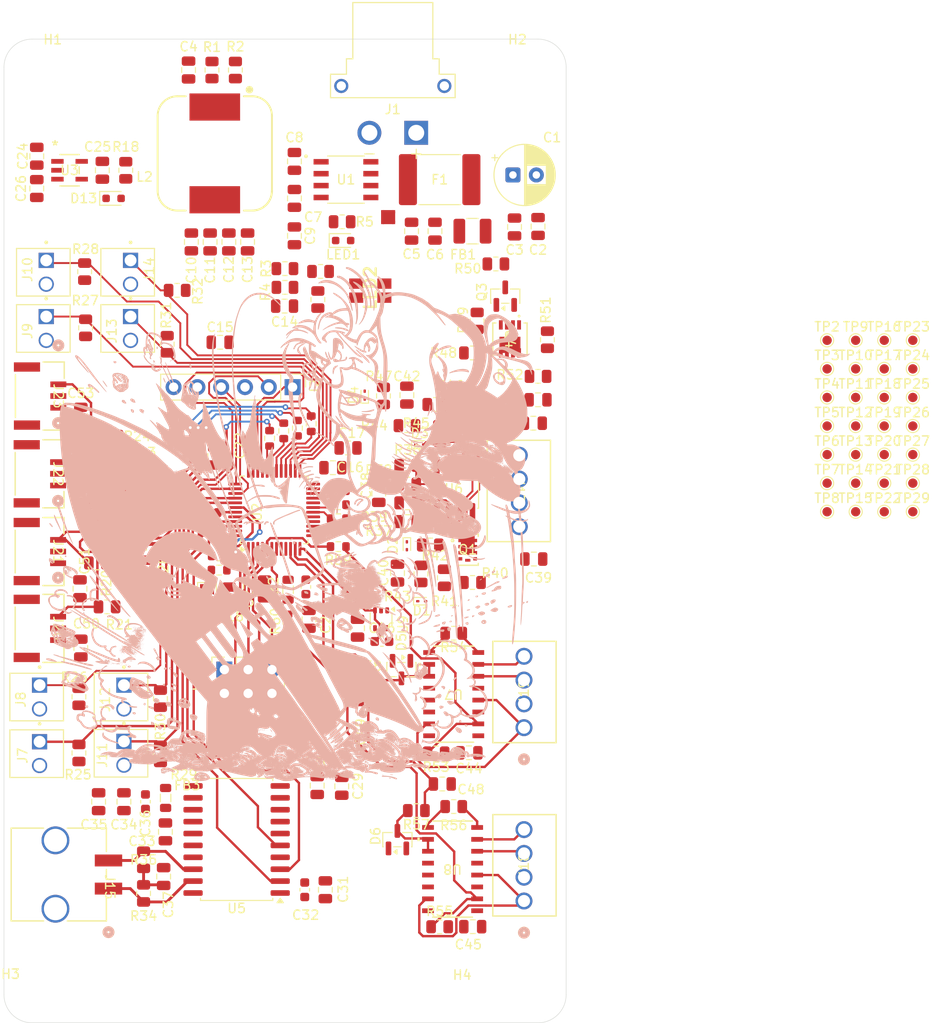
<source format=kicad_pcb>
(kicad_pcb (version 20241229) (generator "pcbnew") (generator_version "9.0")
  (layers (0 "F.Cu" signal) (2 "B.Cu" signal) (13 "F.Paste" user) (15 "B.Paste" user) (5 "F.SilkS" user "F.Silkscreen") (7 "B.SilkS" user "B.Silkscreen") (1 "F.Mask" user) (3 "B.Mask" user) (25 "Edge.Cuts" user))
  (net 0 "")
  (net 1 "LC_IN-")
  (net 2 "VIN_Filtered")
  (net 3 "Vin_An")
  (net 4 "Net-(U1-EN{slash}CLKIN)")
  (net 5 "AGND3V3")
  (net 6 "Net-(U1-VCC)")
  (net 7 "Net-(U1-BOOT)")
  (net 8 "Net-(U1-SW)")
  (net 9 "3V3_Main")
  (net 10 "3V3_An")
  (net 11 "+3.3VA")
  (net 12 "+5V")
  (net 13 "+5Viso")
  (net 14 "GND_iso")
  (net 15 "+5VAiso")
  (net 16 "Net-(C37-Pad1)")
  (net 17 "Vin_Pyro")
  (net 18 "Sense_1")
  (net 19 "Sense_2")
  (net 20 "PA_An")
  (net 21 "Temp_An")
  (net 22 "LCell_An")
  (net 23 "Pressure_An")
  (net 24 "Cmp_1")
  (net 25 "Cmp_2")
  (net 26 "Net-(D5-COM)")
  (net 27 "Net-(D6-COM)")
  (net 28 "Net-(D13-A)")
  (net 29 "Net-(F1-Pad2)")
  (net 30 "SYS_SWCLK")
  (net 31 "SYS_SWDIO")
  (net 32 "SYS_SWO")
  (net 33 "Servo1_Stepup")
  (net 34 "Servo2_Stepup")
  (net 35 "Servo3_Stepup")
  (net 36 "Servo4_Stepup")
  (net 37 "Servo1_Open")
  (net 38 "Servo2_Open")
  (net 39 "Servo3_Open")
  (net 40 "Servo4_Open")
  (net 41 "Servo1_Close")
  (net 42 "Servo2_Close")
  (net 43 "Servo3_Close")
  (net 44 "Servo4_Close")
  (net 45 "EXTEND_IO1")
  (net 46 "EXTEND_IO2")
  (net 47 "EXTEND_IO3")
  (net 48 "EXTEND_IO4")
  (net 49 "Pyro1-")
  (net 50 "Pyro2-")
  (net 51 "LC_OUT+")
  (net 52 "LC_OUT-")
  (net 53 "LC_IN+")
  (net 54 "P_OUT+")
  (net 55 "P_OUT-")
  (net 56 "P_IN+")
  (net 57 "Net-(JP1-B)")
  (net 58 "Net-(LED1-A)")
  (net 59 "Net-(LED2-A_GREEN)")
  (net 60 "CriticalLED_G")
  (net 61 "Net-(LED2-A_RED)")
  (net 62 "CriticalLED_R")
  (net 63 "Net-(Q3-C)")
  (net 64 "Net-(Q3-B)")
  (net 65 "BOOT0")
  (net 66 "Net-(U2-PB0)")
  (net 67 "Fire_2")
  (net 68 "Net-(U2-PB1)")
  (net 69 "Fire_1")
  (net 70 "Pyros_Arm")
  (net 71 "Net-(U2-PB2)")
  (net 72 "ISO_CAN_TXD")
  (net 73 "Net-(U2-PB9)")
  (net 74 "Net-(U2-PA8)")
  (net 75 "Servo4_PWM")
  (net 76 "Servo3_PWM")
  (net 77 "Net-(U2-PA9)")
  (net 78 "Servo2_PWM")
  (net 79 "Net-(U2-PA10)")
  (net 80 "Net-(U2-PA11)")
  (net 81 "Servo1_PWM")
  (net 82 "Net-(U4-EN)")
  (net 83 "Net-(U2-PB7)")
  (net 84 "ISO_CAN_IN")
  (net 85 "Net-(U6A-+)")
  (net 86 "Net-(U6A--)")
  (net 87 "Pressure_Sleep")
  (net 88 "Net-(R54-Pad2)")
  (net 89 "Net-(R54-Pad1)")
  (net 90 "LCell_Sleep")
  (net 91 "Net-(R56-Pad1)")
  (net 92 "Net-(R56-Pad2)")
  (net 93 "BT_USART2_TX")
  (net 94 "BT_USART2_RX")
  (net 95 "IMU_I2C1_SDA")
  (net 96 "IMU_I2C1_SCL")
  (net 97 "BARO_SPI1_CS")
  (net 98 "BARO_SPI1_CLK")
  (net 99 "BARO_SPI1_MOSI")
  (net 100 "BARO_SPI1_MISO")
  (net 101 "ACC_I2C3_SCL")
  (net 102 "ACC_I2C3_SDA")
  (net 103 "RFD_USART1_RX")
  (net 104 "RFD_USART1_TX")
  (net 105 "IdeFIX_I2C2_SDA")
  (net 106 "IdeFIX_I2C2_SCL")
  (net 107 "SD_SPI5_CS")
  (net 108 "SD_SPI5_CLK")
  (net 109 "SD_SPI5_MOSI")
  (net 110 "SD_SPI5_MISO")
  (net 111 "GPS_USART6_RX")
  (net 112 "GPS_USART6_TX")
  (net 113 "MEM_QSPI_CS")
  (net 114 "MEM_QSPI_IO0")
  (net 115 "MEM_QSPI_IO1")
  (net 116 "MEM_QSPI_IO2")
  (net 117 "MEM_QSPI_IO3")
  (net 118 "MEM_QSPI_CLK")
  (net 119 "ISO_CAN_RXD")
  (net 130 "/Interfaces/CAN-")
  (net 131 "/Interfaces/CAN+")
  (net 132 "Net-(U2-PD0)")
  (net 133 "Net-(U2-PD1)")
  (footprint "Connector_PinSocket_2.54mm:PinSocket_2x03_P2.54mm_Vertical" (layer "F.Cu") (at 106.52 101.8 90)
    (property "Reference" "J16")
    (property "Value" "Conn_01x06_Pin" (hide yes))
  )
  (footprint "Capacitor_SMD:C_0805_2012Metric" (layer "F.Cu") (at 119.05 114.26 90)
    (property "Reference" "C29")
    (property "Value" "10uF" (hide yes))
  )
  (footprint "pcb_moteur:CONN_OSTVN04A150_OST" (layer "F.Cu") (at 138.5 126.5 90)
    (property "Reference" "J18")
    (property "Value" "Screw_Terminal_01x04")
  )
  (footprint "MountingHole:MountingHole_4.3mm_M4" (layer "F.Cu") (at 137.9 134.4)
    (property "Reference" "H4")
    (property "Value" "MountingHole" (hide yes))
  )
  (footprint "Capacitor_SMD:C_0805_2012Metric" (layer "F.Cu") (at 100.04 123.89 90)
    (property "Reference" "C37")
    (property "Value" "100nF" (hide yes))
  )
  (footprint "Capacitor_SMD:C_0805_2012Metric" (layer "F.Cu") (at 118.1 80.25 180)
    (property "Reference" "C16")
    (property "Value" "100nF" (hide yes))
  )
  (footprint "pcb_moteur:SI7617DN-T1-GE3" (layer "F.Cu") (at 137 66.5 -90)
    (property "Reference" "Q4")
    (property "Value" "SI7617DN-T1-GE3" (hide yes))
  )
  (footprint "pcb_moteur:TE_640454-2" (layer "F.Cu") (at 86.8 103.46 -90)
    (property "Reference" "J8")
    (property "Value" "Conn_01x02" (hide yes))
  )
  (footprint "Capacitor_SMD:C_0805_2012Metric" (layer "F.Cu") (at 91.2 74.75 -90)
    (property "Reference" "C53")
    (property "Value" "10uF" (hide yes))
  )
  (footprint "Resistor_SMD:R_0805_2012Metric" (layer "F.Cu") (at 97.9 125.6875 -90)
    (property "Reference" "R34")
    (property "Value" "60R" (hide yes))
  )
  (footprint "Package_SO:SOIC-20W_7.5x12.8mm_P1.27mm" (layer "F.Cu") (at 107.83 119.9325 180)
    (property "Reference" "U5")
    (property "Value" "ISOW1044")
  )
  (footprint "Capacitor_SMD:C_0603_1608Metric" (layer "F.Cu") (at 115.22 92.975 90)
    (property "Reference" "C21" (hide yes))
    (property "Value" "10nF" (hide yes))
  )
  (footprint "Resistor_SMD:R_0805_2012Metric" (layer "F.Cu") (at 94.31 76.9)
    (property "Reference" "R24")
    (property "Value" "1.5k" (hide yes))
  )
  (footprint "Resistor_SMD:R_0603_1608Metric" (layer "F.Cu") (at 118.675 88.6714 180)
    (property "Reference" "R59")
    (property "Value" "22R" (hide yes))
  )
  (footprint "Resistor_SMD:R_0603_1608Metric" (layer "F.Cu") (at 118.675 85.7 180)
    (property "Reference" "R10" (hide yes))
    (property "Value" "22R" (hide yes))
  )
  (footprint "Capacitor_SMD:C_0805_2012Metric" (layer "F.Cu") (at 115.55 96.44 90)
    (property "Reference" "C20")
    (property "Value" "10uF" (hide yes))
  )
  (footprint "Capacitor_SMD:C_0805_2012Metric" (layer "F.Cu") (at 93.1 115.9 -90)
    (property "Reference" "C35")
    (property "Value" "1uF" (hide yes))
  )
  (footprint "Capacitor_SMD:C_0805_2012Metric" (layer "F.Cu") (at 129 55 -90)
    (property "Reference" "C6")
    (property "Value" "10uF" (hide yes))
  )
  (footprint "pcb_moteur:LTSTE683RGBW" (layer "F.Cu") (at 122.1 61.35 90)
    (property "Reference" "LED2")
    (property "Value" "LTST-E682KRKGWT" (hide yes))
  )
  (footprint "Resistor_SMD:R_0805_2012Metric" (layer "F.Cu") (at 91.61 59.3175 -90)
    (property "Reference" "R28")
    (property "Value" "10k" (hide yes))
  )
  (footprint "TestPoint:TestPoint_Pad_D1.0mm" (layer "F.Cu") (at 180 72.75)
    (property "Reference" "TP25")
    (property "Value" "TestPoint")
  )
  (footprint "Capacitor_SMD:C_0805_2012Metric" (layer "F.Cu") (at 133.03 129.24 180)
    (property "Reference" "C45")
    (property "Value" "100nF" (hide yes))
  )
  (footprint "TestPoint:TestPoint_Pad_D1.0mm" (layer "F.Cu") (at 173.9 66.65)
    (property "Reference" "TP9")
    (property "Value" "TestPoint")
  )
  (footprint "Capacitor_SMD:C_0805_2012Metric" (layer "F.Cu") (at 114 47.55 90)
    (property "Reference" "C8")
    (property "Value" "100nF" (hide yes))
  )
  (footprint "Capacitor_SMD:C_0805_2012Metric" (layer "F.Cu") (at 110.81 93.19 -90)
    (property "Reference" "C23")
    (property "Value" "100nF" (hide yes))
  )
  (footprint "Jumper:SolderJumper-2_P1.3mm_Open_TrianglePad1.0x1.5mm" (layer "F.Cu") (at 104.67 93.905 90)
    (property "Reference" "JP1" (hide yes))
    (property "Value" "SolderJumper_2_Open" (hide yes))
  )
  (footprint "TestPoint:TestPoint_Pad_D1.0mm" (layer "F.Cu") (at 176.95 81.9)
    (property "Reference" "TP21")
    (property "Value" "TestPoint")
  )
  (footprint "pcb_moteur:CONN_BM03B-GHS-TBT_JST" (layer "F.Cu") (at 86.8 89.2 -90)
    (property "Reference" "J21")
    (property "Value" "BM03B-GHS-TBT" (hide yes))
  )
  (footprint "Capacitor_SMD:C_0805_2012Metric" (layer "F.Cu") (at 121.88 104.99)
    (property "Reference" "C49")
    (property "Value" "100nF" (hide yes))
  )
  (footprint "pcb_moteur:SI5442DU_T1_G3" (layer "F.Cu") (at 132.49 75.2)
    (property "Reference" "Q2")
    (property "Value" "SI5442DU-T1-GE3" (hide yes))
  )
  (footprint "Resistor_SMD:R_0805_2012Metric" (layer "F.Cu") (at 133 68 180)
    (property "Reference" "R48")
    (property "Value" "1.5k" (hide yes))
  )
  (footprint "Resistor_SMD:R_0805_2012Metric" (layer "F.Cu") (at 131 116.42)
    (property "Reference" "R56")
    (property "Value" "200R" (hide yes))
  )
  (footprint "Resistor_SMD:R_0805_2012Metric" (layer "F.Cu") (at 119.0875 54 180)
    (property "Reference" "R5")
    (property "Value" "620R" (hide yes))
  )
  (footprint "Capacitor_SMD:C_0805_2012Metric" (layer "F.Cu") (at 120.735 97.38 -90)
    (property "Reference" "C47")
    (property "Value" "100nF" (hide yes))
  )
  (footprint "Capacitor_SMD:C_0805_2012Metric" (layer "F.Cu") (at 106.07 66.86 180)
    (property "Reference" "C15")
    (property "Value" "10uF" (hide yes))
  )
  (footprint "Resistor_SMD:R_0805_2012Metric" (layer "F.Cu") (at 131 97.92)
    (property "Reference" "R54")
    (property "Value" "1k" (hide yes))
  )
  (footprint "Capacitor_SMD:C_0805_2012Metric" (layer "F.Cu") (at 91.05 81.59 -90)
    (property "Reference" "C52")
    (property "Value" "10uF" (hide yes))
  )
  (footprint "Package_TO_SOT_SMD:SOT-353_SC-70-5" (layer "F.Cu") (at 123.2475 96.43 -90)
    (property "Reference" "U9")
    (property "Value" "MAX6612MXK" (hide yes))
  )
  (footprint "Resistor_SMD:R_0805_2012Metric" (layer "F.Cu") (at 129.0875 73.5 180)
    (property "Reference" "R46")
    (property "Value" "47k 1%" (hide yes))
  )
  (footprint "pcb_moteur:L6981N33DR" (layer "F.Cu") (at 119.5 49.5)
    (property "Reference" "U1")
    (property "Value" "L6981N33DR" (hide yes))
  )
  (footprint "TestPoint:TestPoint_Pad_D1.0mm" (layer "F.Cu") (at 176.95 66.65)
    (property "Reference" "TP16")
    (property "Value" "TestPoint")
  )
  (footprint "Capacitor_SMD:C_0805_2012Metric" (layer "F.Cu") (at 132.63 110.68 180)
    (property "Reference" "C44")
    (property "Value" "100nF" (hide yes))
  )
  (footprint "TestPoint:TestPoint_Pad_D1.0mm" (layer "F.Cu") (at 176.95 69.7)
    (property "Reference" "TP17")
    (property "Value" "TestPoint")
  )
  (footprint "Resistor_SMD:R_0805_2012Metric" (layer "F.Cu") (at 99.7 110.8 -90)
    (property "Reference" "R29")
    (property "Value" "10k" (hide yes))
  )
  (footprint "Resistor_SMD:R_0805_2012Metric" (layer "F.Cu") (at 91 110.7 -90)
    (property "Reference" "R25")
    (property "Value" "10k" (hide yes))
  )
  (footprint "Resistor_SMD:R_0805_2012Metric" (layer "F.Cu") (at 105.2 37.8 -90)
    (property "Reference" "R1")
    (property "Value" "33K 1%" (hide yes))
  )
  (footprint "Capacitor_SMD:C_0603_1608Metric" (layer "F.Cu") (at 109.18 77.9 -90)
    (property "Reference" "C22")
    (property "Value" "10nF" (hide yes))
  )
  (footprint "Capacitor_SMD:C_0805_2012Metric" (layer "F.Cu") (at 114 51.5 -90)
    (property "Reference" "C7")
    (property "Value" "1uF" (hide yes))
  )
  (footprint "Capacitor_SMD:C_0805_2012Metric" (layer "F.Cu") (at 129.78 114.01)
    (property "Reference" "C48")
    (property "Value" "100nF" (hide yes))
  )
  (footprint "Resistor_SMD:R_0805_2012Metric" (layer "F.Cu") (at 116.5 62.3 90)
    (property "Reference" "R7" (hide yes))
    (property "Value" "100R" (hide yes))
  )
  (footprint "Resistor_SMD:R_0805_2012Metric" (layer "F.Cu") (at 97.9 122.1 -90)
    (property "Reference" "R35")
    (property "Value" "60R" (hide yes))
  )
  (footprint "Connector_PinHeader_2.54mm:PinHeader_1x06_P2.54mm_Vertical" (layer "F.Cu") (at 113.80388 71.64612 -90)
    (property "Reference" "J2")
    (property "Value" "Conn_01x06_Pin" (hide yes))
  )
  (footprint "TestPoint:TestPoint_Pad_D1.0mm" (layer "F.Cu") (at 173.9 75.8)
    (property "Reference" "TP12")
    (property "Value" "TestPoint")
  )
  (footprint "TestPoint:TestPoint_Pad_D1.0mm" (layer "F.Cu") (at 170.85 81.9)
    (property "Reference" "TP7")
    (property "Value" "TestPoint")
  )
  (footprint "TestPoint:TestPoint_Pad_D1.0mm" (layer "F.Cu") (at 180 69.7)
    (property "Reference" "TP24")
    (property "Value" "TestPoint")
  )
  (footprint "Resistor_SMD:R_0805_2012Metric" (layer "F.Cu") (at 123.5 72.5875 -90)
    (property "Reference" "R47")
    (property "Value" "33k 1%" (hide yes))
  )
  (footprint "Resistor_SMD:R_0805_2012Metric" (layer "F.Cu") (at 116.7875 59.3)
    (property "Reference" "R6" (hide yes))
    (property "Value" "100R" (hide yes))
  )
  (footprint "Resistor_SMD:R_0805_2012Metric" (layer "F.Cu") (at 126.01 75.76)
    (property "Reference" "R44")
    (property "Value" "27k" (hide yes))
  )
  (footprint "TestPoint:TestPoint_Pad_D1.0mm" (layer "F.Cu") (at 170.85 72.75)
    (property "Reference" "TP4")
    (property "Value" "TestPoint")
  )
  (footprint "pcb_moteur:TE_640454-2" (layer "F.Cu") (at 87.51 58.1175 -90)
    (property "Reference" "J10")
    (property "Value" "Conn_01x02" (hide yes))
  )
  (footprint "Capacitor_SMD:C_0805_2012Metric" (layer "F.Cu") (at 107.01 93.94 90)
    (property "Reference" "C18")
    (property "Value" "100nF" (hide yes))
  )
  (footprint "pcb_moteur:LED_QBLP601-AG15" (layer "F.Cu") (at 119.2 56)
    (property "Reference" "LED1")
    (property "Value" "GREEN" (hide yes))
  )
  (footprint "pcb_moteur:TE_640454-2" (layer "F.Cu") (at 87.51 64.1175 -90)
    (property "Reference" "J9")
    (property "Value" "Conn_01x02" (hide yes))
  )
  (footprint "Resistor_SMD:R_0805_2012Metric" (layer "F.Cu") (at 99.7 104.9 -90)
    (property "Reference" "R30")
    (property "Value" "10k" (hide yes))
  )
  (footprint "MountingHole:MountingHole_4.3mm_M4" (layer "F.Cu") (at 88.2 39.8)
    (property "Reference" "H1")
    (property "Value" "MountingHole" (hide yes))
  )
  (footprint "pcb_moteur:D16-L" (layer "F.Cu") (at 131 104.42 180)
    (property "Reference" "U7")
    (property "Value" "INA125UA/2K5" (hide yes))
  )
  (footprint "Resistor_SMD:R_0805_2012Metric" (layer "F.Cu") (at 91 104.7 -90)
    (property "Reference" "R26")
    (property "Value" "10k" (hide yes))
  )
  (footprint "Capacitor_SMD:C_0805_2012Metric" (layer "F.Cu") (at 102.7 37.8 90)
    (property "Reference" "C4")
    (property "Value" "100nF" (hide yes))
  )
  (footprint "TestPoint:TestPoint_Pad_D1.0mm" (layer "F.Cu") (at 170.85 78.85)
    (property "Reference" "TP6")
    (property "Value" "TestPoint")
  )
  (footprint "Resistor_SMD:R_0805_2012Metric" (layer "F.Cu") (at 92.97 90.41)
    (property "Reference" "R20")
    (property "Value" "1.5k" (hide yes))
  )
  (footprint "Resistor_SMD:R_0805_2012Metric" (layer "F.Cu") (at 141 66.5875 -90)
    (property "Reference" "R51")
    (property "Value" "33K 1%" (hide yes))
  )
  (footprint "Resistor_SMD:R_0805_2012Metric" (layer "F.Cu") (at 126.0875 86)
    (property "Reference" "R37")
    (property "Value" "40k 1%" (hide yes))
  )
  (footprint "pcb_moteur:TE_640454-2" (layer "F.Cu") (at 95.8 103.46 -90)
    (property "Reference" "J12")
    (property "Value" "Conn_01x02" (hide yes))
  )
  (footprint "Inductor_SMD:L_0805_2012Metric" (layer "F.Cu") (at 100.25 115.5 90)
    (property "Reference" "FB3")
    (property "Value" "120R" (hide yes))
  )
  (footprint "TestPoint:TestPoint_Pad_D1.0mm" (layer "F.Cu") (at 180 66.65)
    (property "Reference" "TP23")
    (property "Value" "TestPoint")
  )
  (footprint "Resistor_SMD:R_0805_2012Metric" (layer "F.Cu") (at 91.71 65.3175 -90)
    (property "Reference" "R27")
    (property "Value" "10k" (hide yes))
  )
  (footprint "Capacitor_SMD:C_0805_2012Metric" (layer "F.Cu") (at 139.55 90)
    (property "Reference" "C39")
    (property "Value" "22uF" (hide yes))
  )
  (footprint "Fuse:Fuse_2920_7451Metric" (layer "F.Cu") (at 129.5 49.5 180)
    (property "Reference" "F1")
    (property "Value" "2920L700/24SLER" (hide yes))
  )
  (footprint "Resistor_SMD:R_0805_2012Metric" (layer "F.Cu") (at 130 92 90)
    (property "Reference" "R41")
    (property "Value" "1.5k" (hide yes))
  )
  (footprint "Diode_SMD:D_SOD-923" (layer "F.Cu") (at 121.5 72.5 90)
    (property "Reference" "D4")
    (property "Value" "CDBQR0230R" (hide yes))
  )
  (footprint "Resistor_SMD:R_0805_2012Metric" (layer "F.Cu") (at 112.9875 61)
    (property "Reference" "R4")
    (property "Value" "100k 1%" (hide yes))
  )
  (footprint "Inductor_SMD:L_1210_3225Metric" (layer "F.Cu") (at 133 55 180)
    (property "Reference" "FB1")
    (property "Value" "FBMH3225HM601NT" (hide yes))
  )
  (footprint "pcb_moteur:TE_640454-2" (layer "F.Cu") (at 96.51 64.1175 -90)
    (property "Reference" "J13")
    (property "Value" "Conn_01x02" (hide yes))
  )
  (footprint "Inductor_SMD:L_0805_2012Metric" (layer "F.Cu") (at 113.32 93.275 90)
    (property "Reference" "FB2")
    (property "Value" "120R" (hide yes))
  )
  (footprint "Capacitor_SMD:C_0805_2012Metric" (layer "F.Cu") (at 117.3 125.3 90)
    (property "Reference" "C31")
    (property "Value" "100nF" (hide yes))
  )
  (footprint "Resistor_SMD:R_0805_2012Metric" (layer "F.Cu") (at 133.5 64.5875 -90)
    (property "Reference" "R49")
    (property "Value" "10k" (hide yes))
  )
  (footprint "Resistor_SMD:R_0805_2012Metric" (layer "F.Cu") (at 101.48 61.32)
    (property "Reference" "R32")
    (property "Value" "10k" (hide yes))
  )
  (footprint "Capacitor_SMD:C_0805_2012Metric" (layer "F.Cu") (at 140 73 180)
    (property "Reference" "C43")
    (property "Value" "100nF" (hide yes))
  )
  (footprint "Resistor_SMD:R_0805_2012Metric" (layer "F.Cu") (at 135.5 58.5 180)
    (property "Reference" "R50")
    (property "Value" "10k" (hide yes))
  )
  (footprint "TestPoint:TestPoint_Pad_D1.0mm" (layer "F.Cu") (at 180 81.9)
    (property "Reference" "TP28")
    (property "Value" "TestPoint")
  )
  (footprint "Resistor_SMD:R_0603_1608Metric" (layer "F.Cu") (at 105.96 91.18 180)
    (property "Reference" "R8" (hide yes))
    (property "Value" "1.5k" (hide yes))
  )
  (footprint "pcb_moteur:CONN_BM03B-GHS-TBT_JST" (layer "F.Cu") (at 86.8 80.9 -90)
    (property "Reference" "J22")
    (property "Value" "BM03B-GHS-TBT" (hide yes))
  )
  (footprint "pcb_moteur:XT30PW-F" (layer "F.Cu") (at 124.5 39.5)
    (property "Reference" "J1")
    (property "Value" "XT30PW-F")
  )
  (footprint "Capacitor_SMD:C_0805_2012Metric" (layer "F.Cu") (at 137.49 54.55 -90)
    (property "Reference" "C3")
    (property "Value" "100nF" (hide yes))
  )
  (footprint "Resistor_SMD:R_0805_2012Metric" (layer "F.Cu") (at 127.5 91.5875 90)
    (property "Reference" "R43")
    (property "Value" "33k 1%" (hide yes))
  )
  (footprint "Package_QFP:LQFP-48_7x7mm_P0.5mm" (layer "F.Cu") (at 111.8375 84.75 90)
    (property "Reference" "U2")
    (property "Value" "STM32F103CBT6" (hide yes))
  )
  (footprint "Resistor_SMD:R_0805_2012Metric" (layer "F.Cu") (at 133 92.5)
    (property "Reference" "R40")
    (property "Value" "27k" (hide yes))
  )
  (footprint "Capacitor_SMD:C_0603_1608Metric" (layer "F.Cu") (at 123.335 98.8)
    (property "Reference" "C46")
    (property "Value" "10nF" (hide yes))
  )
  (footprint "pcb_moteur:CONN_BM03B-GHS-TBT_JST" (layer "F.Cu") (at 86.826499 72.599999 -90)
    (property "Reference" "J23")
    (property "Value" "BM03B-GHS-TBT" (hide yes))
  )
  (footprint "Capacitor_SMD:C_0805_2012Metric" (layer "F.Cu") (at 91.11 93.17 -90)
    (property "Reference" "C51")
    (property "Value" "10uF" (hide yes))
  )
  (footprint "Resistor_SMD:R_0603_1608Metric" (layer "F.Cu") (at 114.32 76.03 90)
    (property "Reference" "R15" (hide yes))
    (property "Value" "22R" (hide yes))
  )
  (footprint "TestPoint:TestPoint_Pad_D1.0mm" (layer "F.Cu") (at 173.9 78.85)
    (property "Reference" "TP13")
    (property "Value" "TestPoint")
  )
  (footprint "Capacitor_SMD:C_0805_2012Metric" (layer "F.Cu") (at 105 56.15 -90)
    (property "Reference" "C11")
    (property "Value" "22uF" (hide yes))
  )
  (footprint "TestPoint:TestPoint_Pad_D1.0mm" (layer "F.Cu") (at 173.9 81.9)
    (property "Reference" "TP14")
    (property "Value" "TestPoint")
  )
  (footprint "Resistor_SMD:R_0805_2012Metric" (layer "F.Cu") (at 127.0125 116.85)
    (property "Reference" "R57")
    (property "Value" "1.5k" (hide yes))
  )
  (footprint "Capacitor_SMD:C_0805_2012Metric" (layer "F.Cu") (at 86.5 47 -90)
    (property "Reference" "C24")
    (property "Value" "100nF" (hide yes))
  )
  (footprint "Resistor_SMD:R_0805_2012Metric" (layer "F.Cu") (at 129.5 76.5875 -90)
    (property "Reference" "R45")
    (property "Value" "1.5k" (hide yes))
  )
  (footprint "Capacitor_SMD:C_0805_2012Metric" (layer "F.Cu") (at 112.95 63 180)
    (property "Reference" "C14")
    (property "Value" "100nF" (hide yes))
  )
  (footprint "TestPoint:TestPoint_Pad_D1.0mm" (layer "F.Cu") (at 173.9 69.7)
    (property "Reference" "TP10")
    (property "Value" "TestPoint")
  )
  (footprint "pcb_moteur:MCP1802T-5002IOT" (layer "F.Cu") (at 90 48.5)
    (property "Reference" "U3")
    (property "Value" "MCP1802T-5002I/OT" (hide yes))
  )
  (footprint "Capacitor_SMD:C_0805_2012Metric" (layer "F.Cu") (at 86.5 50.45 90)
    (property "Reference" "C26")
    (property "Value" "1uF" (hide yes))
  )
  (footprint "pcb_moteur:SI5442DU_T1_G3" (layer "F.Cu") (at 132.5 89)
    (property "Reference" "Q1")
    (property "Value" "SI5442DU-T1-GE3" (hide yes))
  )
  (footprint "Capacitor_SMD:C_0805_2012Metric" (layer "F.Cu") (at 126.5 55 -90)
    (property "Reference" "C5")
    (property "Value" "100nF" (hide yes))
  )
  (footprint "TestPoint:TestPoint_Pad_D1.0mm" (layer "F.Cu") (at 170.85 84.95)
    (property "Reference" "TP8")
    (property "Value" "TestPoint")
  )
  (footprint "Resistor_SMD:R_0603_1608Metric" (layer "F.Cu") (at 111.35 77.115 90)
    (property "Reference" "R17" (hide yes))
    (property "Value" "22R" (hide yes))
  )
  (footprint "Capacitor_SMD:C_0805_2012Metric" (layer "F.Cu") (at 105.49 79.01 -90)
    (property "Reference" "C19")
    (property "Value" "100nF" (hide yes))
  )
  (footprint "TestPoint:TestPoint_Pad_D1.0mm" (layer "F.Cu") (at 176.95 84.95)
    (property "Reference" "TP22")
    (property "Value" "TestPoint")
  )
  (footprint "Resistor_SMD:R_0603_1608Metric" (layer "F.Cu") (at 104.99 85.04)
    (property "Reference" "R33" (hide yes))
    (property "Value" "22R" (hide yes))
  )
  (footprint "Capacitor_SMD:C_0805_2012Metric" (layer "F.Cu") (at 96.1 91.34 -90)
    (property "Reference" "C27")
    (property "Value" "100nF" (hide yes))
  )
  (footprint "Resistor_SMD:R_0805_2012Metric" (layer "F.Cu") (at 140 70.5 180)
    (property "Reference" "R52")
    (property "Value" "47k 1%" (hide yes))
  )
  (footprint "Diode_SMD:D_SOD-923" (layer "F.Cu") (at 127.37 77.77)
    (property "Reference" "D3")
    (property "Value" "CDBQR0230R" (hide yes))
  )
  (footprint "Capacitor_SMD:C_0805_2012Metric" (layer "F.Cu") (at 100.23 119.12 -90)
    (property "Reference" "C33")
    (property "Value" "100nF" (hide yes))
  )
  (footprint "pcb_moteur:CONN_2189890010-SD_02_MOL" (layer "F.Cu") (at 88.85 123.675 -90)
    (property "Reference" "J15")
    (property "Value" "Conn_01x02")
  )
  (footprint "Resistor_SMD:R_0805_2012Metric" (layer "F.Cu") (at 100.42 67.07 90)
    (property "Reference" "R31")
    (property "Value" "10k" (hide yes))
  )
  (footprint "Resistor_SMD:R_0603_1608Metric" (layer "F.Cu") (at 104.9 87.14)
    (property "Reference" "R13" (hide yes))
    (property "Value" "22R" (hide yes))
  )
  (footprint "Capacitor_SMD:C_0805_2012Metric" (layer "F.Cu") (at 139.5 75.5)
    (property "Reference" "C41")
    (property "Value" "22uF" (hide yes))
  )
  (footprint "Resistor_SMD:R_0805_2012Metric" (layer "F.Cu") (at 129.5 129.25)
    (property "Reference" "R55")
    (property "Value" "10k" (hide yes))
  )
  (footprint "Capacitor_SMD:C_0805_2012Metric" (layer "F.Cu") (at 116.43 114.18 90)
    (property "Reference" "C30")
    (property "Value" "1uF" (hide yes))
  )
  (footprint "Resistor_SMD:R_0805_2012Metric" (layer "F.Cu") (at 97.52 81.18 90)
    (property "Reference" "R19")
    (property "Value" "10k" (hide yes))
  )
  (footprint "Capacitor_SMD:C_0805_2012Metric" (layer "F.Cu") (at 93.5 48.5 -90)
    (property "Reference" "C25")
    (property "Value" "1uF" (hide yes))
  )
  (footprint "Package_SO:TSSOP-14_4.4x5mm_P0.65mm" (layer "F.Cu") (at 95.89 86.4375 180)
    (property "Reference" "U4")
    (property "Value" "LSF0204PWR" (hide yes))
  )
  (footprint "Resistor_SMD:R_0805_2012Metric" (layer "F.Cu") (at 121.8875 102.93 180)
    (property "Reference" "R58")
    (property "Value" "1.5k" (hide yes))
  )
  (footprint "Resistor_SMD:R_0603_1608Metric" (layer "F.Cu") (at 118.675 82.7 180)
    (property "Reference" "R12" (hide yes))
    (property "Value" "22R" (hide yes))
  )
  (footprint "Capacitor_SMD:C_0805_2012Metric" (layer "F.Cu") (at 95.8 115.9 -90)
    (property "Reference" "C34")
    (property "Value" "10uF" (hide yes))
  )
  (footprint "Package_TO_SOT_SMD:SOT-23" (layer "F.Cu") (at 136.5 61.9375 90)
    (property "Reference" "Q3")
    (property "Value" "MMBT3904" (hide yes))
  )
  (footprint "Resistor_SMD:R_0603_1608Metric" (layer "F.Cu") (at 105.98 89.66)
    (property "Reference" "R9" (hide yes))
    (property "Value" "10k" (hide yes))
  )
  (footprint "TestPoint:TestPoint_Pad_D1.0mm" (layer "F.Cu") (at 176.95 72.75)
    (property "Reference" "TP18")
    (property "Value" "TestPoint")
  )
  (footprint "Resistor_SMD:R_0805_2012Metric" (layer "F.Cu") (at 129.12 110.7)
    (property "Reference" "R53")
    (property "Value" "10k" (hide yes))
  )
  (footprint "Resistor_SMD:R_0805_2012Metric" (layer "F.Cu") (at 96 48.5 90)
    (property "Reference" "R18")
    (property "Value" "1.5k" (hide yes))
  )
  (footprint "TestPoint:TestPoint_Pad_D1.0mm" (layer "F.Cu") (at 170.85 75.8)
    (property "Reference" "TP5")
    (property "Value" "TestPoint")
  )
  (footprint "MountingHole:MountingHole_4.3mm_M4" (layer "F.Cu") (at 137.8 39.8)
    (property "Reference" "H2")
    (property "Value" "MountingHole" (hide yes))
  )
  (footprint "pcb_moteur:D16-L" (layer "F.Cu") (at 130.87745 123.095 180)
    (property "Reference" "U8")
    (property "Value" "INA125UA/2K5" (hide yes))
  )
  (footprint "Capacitor_SMD:C_0603_1608Metric" (layer "F.Cu") (at 98.1 115.9 -90)
    (property "Reference" "C36")
    (property "Value" "10nF" (hide yes))
  )
  (footprint "pcb_moteur:WE-PD_1245" (layer "F.Cu") (at 105.5 46.7 180)
    (property "Reference" "L2")
    (property "Value" "7447715330" (hide yes))
  )
  (footprint "NetTie:NetTie-4_SMD_Pad0.5mm" (layer "F.Cu") (at 124 53.5 -90)
    (property "Reference" "NT4" (hide yes))
    (property "Value" "NetTie_2" (hide yes))
  )
  (footprint "MountingHole:MountingHole_4.3mm_M4" (layer "F.Cu") (at 88.2 134.3)
    (property "Reference" "H3")
    (property "Value" "MountingHole" (hide yes))
  )
  (footprint "TestPoint:TestPoint_Pad_D1.0mm" (layer "F.Cu") (at 173.9 84.95)
    (property "Reference" "TP15")
    (property "Value" "TestPoint")
  )
  (footprint "Resistor_SMD:R_0805_2012Metric" (layer "F.Cu") (at 126.0875 84 180)
    (property "Reference" "R39")
    (property "Value" "10k 1%" (hide yes))
  )
  (footprint "Capacitor_SMD:C_0805_2012Metric" (layer "F.Cu") (at 125 91.5 -90)
    (property "Reference" "C40")
    (property "Value" "100nF" (hide yes))
  )
  (footprint "Capacitor_SMD:C_0805_2012Metric" (layer "F.Cu") (at 103 56.15 -90)
    (property "Reference" "C10")
    (property "Value" "22uF" (hide yes))
  )
  (footprint "Capacitor_SMD:C_0805_2012Metric" (layer "F.Cu") (at 91.2 99.5 -90)
    (property "Reference" "C50")
    (property "Value" "10uF" (hide yes))
  )
  (footprint "Diode_SMD:D_SOD-923" (layer "F.Cu") (at 127.58 94.5)
    (property "Reference" "D1")
    (property "Value" "CDBQR0230R" (hide yes))
  )
  (footprint "Resistor_SMD:R_0603_1608Metric" (layer "F.Cu") (at 115.79 75.555 90)
    (property "Reference" "R14" (hide yes))
    (property "Value" "22R" (hide yes))
  )
  (footprint "TestPoint:TestPoint_Pad_D1.0mm" (layer "F.Cu") (at 180 84.95)
    (property "Reference" "TP29")
    (property "Value" "TestPoint")
  )
  (footprint "Resistor_SMD:R_0805_2012Metric" (layer "F.Cu") (at 107.7 37.8 90)
    (property "Reference" "R2")
    (property "Value" "47k 1%" (hide yes))
  )
  (footprint "Resistor_SMD:R_0603_1608Metric" (layer "F.Cu") (at 112.86 76.32 90)
    (property "Reference" "R16" (hide yes))
    (property "Value" "22R" (hide yes))
  )
  (footprint "Resistor_SMD:R_0805_2012Metric" (layer "F.Cu") (at 126.0875 82 180)
    (property "Reference" "R38")
    (property "Value" "10k 1%" (hide yes))
  )
  (footprint "Capacitor_SMD:C_0805_2012Metric" (layer "F.Cu") (at 119.72 78.14 180)
    (property "Reference" "C17")
    (property "Value" "100nF" (hide yes))
  )
  (footprint "Resistor_SMD:R_0603_1608Metric" (layer "F.Cu") (at 118.675 84.2 180)
    (property "Reference" "R11" (hide yes))
    (property "Value" "22R" (hide yes))
  )
  (footprint "Resistor_SMD:R_0805_2012Metric" (layer "F.Cu") (at 94 95.1)
    (property "Reference" "R21")
    (property "Value" "1.5k" (hide yes))
  )
  (footprint "pcb_moteur:CONN_OSTVN04A150_OST" (layer "F.Cu") (at 138.5 108 90)
    (property "Reference" "J19")
    (property "Value" "Screw_Terminal_01x04")
  )
  (footprint "pcb_moteur:CONN_BM03B-GHS-TBT_JST" (layer "F.Cu") (at 86.8 97.4 -90)
    (property "Reference" "J20")
    (property "Value" "BM03B-GHS-TBT" (hide yes))
  )
  (footprint "TestPoint:TestPoint_Pad_D1.0mm" (layer "F.Cu") (at 176.95 75.8)
    (property "Reference" "TP19")
    (property "Value" "TestPoint")
  )
  (footprint "Resistor_SMD:R_0805_2012Metric" (layer "F.Cu") (at 126.0875 80)
    (property "Reference" "R36")
    (property "Value" "68k 1%" (hide yes))
  )
  (footprint "pcb_moteur:TE_640454-2" (layer "F.Cu") (at 95.8 109.46 -90)
    (property "Reference" "J11")
    (property "Value" "Conn_01x02" (hide yes))
  )
  (footprint "pcb_moteur:CONN_OSTVN04A150_OST" (layer "F.Cu") (at 138 78.92 -90)
    (property "Reference" "J17")
    (property "Value" "Screw_Terminal_01x04")
  )
  (footprint "Resistor_SMD:R_0805_2012Metric" (layer "F.Cu") (at 94.31 79.01)
    (property "Reference" "R23")
    (property "Value" "1.5k" (hide yes))
  )
  (footprint "Capacitor_SMD:C_0805_2012Metric" (layer "F.Cu") (at 123 83 -90)
    (property "Reference" "C38")
    (property "Value" "100nF" (hide yes))
  )
  (footprint "Capacitor_THT:CP_Radial_D6.3mm_P2.50mm" (layer "F.Cu") (at 137.317621 49)
    (property "Reference" "C1")
    (property "Value" "100uF" (hide yes))
  )
  (footprint "Capacitor_SMD:C_0805_2012Metric" (layer "F.Cu") (at 126 72.5 90)
    (property "Reference" "C42")
    (property "Value" "100nF" (hide yes))
  )
  (footprint "TestPoint:TestPoint_Pad_D1.0mm" (layer "F.Cu") (at 176.95 78.85)
    (property "Reference" "TP20")
    (property "Value" "TestPoint")
  )
  (footprint "TestPoint:TestPoint_Pad_D1.0mm" (layer "F.Cu") (at 180 75.8)
    (property "Reference" "TP26")
    (property "Value" "TestPoint")
  )
  (footprint "Capacitor_SMD:C_0805_2012Metric" (layer "F.Cu") (at 107 56.15 -90)
    (property "Reference" "C12")
    (property "Value" "22uF" (hide yes))
  )
  (footprint "Resistor_SMD:R_0805_2012Metric" (layer "F.Cu") (at 112.9875 59 180)
    (property "Reference" "R3")
    (property "Value" "11k 1%" (hide yes))
  )
  (footprint "TestPoint:TestPoint_Pad_D1.0mm" (layer "F.Cu") (at 173.9 72.75)
    (property "Reference" "TP11")
    (property "Value" "TestPoint")
  )
  (footprint "Resistor_SMD:R_0805_2012Metric" (layer "F.Cu") (at 95.34 81.85 -90)
    (property "Reference" "R22")
    (property "Value" "100k" (hide yes))
  )
  (footprint "Resistor_SMD:R_0603_1608Metric" (layer "F.Cu") (at 113.3094 96.7232 90)
    (property "Reference" "R60")
    (property "Value" "22R" (hide yes))
  )
  (footprint "Package_TO_SOT_SMD:SOT-23" (layer "F.Cu") (at 125.42 101.8 -90)
    (property "Reference" "D5")
    (property "Value" "BAT54S" (hide yes))
  )
  (footprint "Capacitor_SMD:C_0805_2012Metric" (layer "F.Cu") (at 98.35 91.07 -90)
    (property "Reference" "C28")
    (property "Value" "100nF" (hide yes))
  )
  (footprint "Diode_SMD:D_SOD-923" (layer "F.Cu") (at 126 88.58 -90)
    (property "Reference" "D2")
    (property "Value" "CDBQR0230R" (hide yes))
  )
  (footprint "Capacitor_SMD:C_0805_2012Metric" (layer "F.Cu") (at 114 55.5 -90)
    (property "Reference" "C9")
    (property "Value" "10uF" (hide yes))
  )
  (footprint "Package_TO_SOT_SMD:SOT-23" (layer "F.Cu") (at 124.99 119.9525 90)
    (property "Reference" "D6")
    (property "Value" "BAT54S" (hide yes))
  )
  (footprint "Capacitor_SMD:C_0805_2012Metric" (layer "F.Cu") (at 109 56.15 -90)
    (property "Reference" "C13")
    (property "Value" "22uF" (hide yes))
  )
  (footprint "TestPoint:TestPoint_Pad_D1.0mm" (layer "F.Cu") (at 170.85 69.7)
    (property "Reference" "TP3")
    (property "Value" "TestPoint")
  )
  (footprint "pcb_moteur:LED_QBLP601-AG15" (layer "F.Cu") (at 94.7 51.5)
    (property "Reference" "D13")
    (property "Value" "GREEN" (hide yes))
  )
  (footprint "Resistor_SMD:R_0805_2012Metric" (layer "F.Cu") (at 128.5 88.5 180)
    (property "Reference" "R42")
    (property "Value" "47k 1%" (hide yes))
  )
  (footprint "TestPoint:TestPoint_Pad_D1.0mm" (layer "F.Cu") (at 180 78.85)
    (property "Reference" "TP27")
    (property "Value" "TestPoint")
  )
  (footprint "TestPoint:TestPoint_Pad_D1.0mm" (layer "F.Cu") (at 170.85 66.65)
    (property "Reference" "TP2")
    (property "Value" "TestPoint")
  )
  (footprint "pcb_moteur:TE_640454-2" (layer "F.Cu") (at 96.51 58.1175 -90)
    (property "Reference" "J14")
    (property "Value" "Conn_01x02" (hide yes))
  )
  (footprint "Capacitor_SMD:C_0805_2012Metric" (layer "F.Cu") (at 140 54.5 -90)
    (property "Reference" "C2")
    (property "Value" "10uF" (hide yes))
  )
  (footprint "pcb_moteur:TE_640454-2" (layer "F.Cu") (at 86.8 109.5 -90)
    (property "Reference" "J7")
    (property "Value" "Conn_01x02" (hide yes))
  )
  (footprint "Capacitor_SMD:C_0603_1608Metric" (layer "F.Cu") (at 115.1 125.3 90)
    (property "Reference" "C32")
    (property "Value" "10nF" (hide yes))
  )
  (footprint "Package_SO:SOIC-8_3.9x4.9mm_P1.27mm" (layer "F.Cu") (at 131.095 82.525 90)
    (property "Reference" "U6")
    (property "Value" "LM393" (hide yes))
  )
  (footprint "LOGO" (layer "B.Cu") (at 114.6 85.9 180)
    (property "Reference" "G***" (hide yes))
    (property "Value" "LOGO" (hide yes))
  )
  (gr_arc (start 83 37.5) (mid 83.87868 35.37868) (end 86 34.5) (stroke (width 0.05)) (layer "Edge.Cuts"))
  (gr_line (start 140 139.5) (end 86 139.5) (stroke (width 0.05)) (layer "Edge.Cuts"))
  (gr_line (start 86 34.5) (end 140 34.5) (stroke (width 0.05)) (layer "Edge.Cuts"))
  (gr_line (start 83 136.5) (end 83 37.5) (stroke (width 0.05)) (layer "Edge.Cuts"))
  (gr_arc (start 140 34.5) (mid 142.12132 35.37868) (end 143 37.5) (stroke (width 0.05)) (layer "Edge.Cuts"))
  (gr_line (start 143 37.5) (end 143 136.5) (stroke (width 0.05)) (layer "Edge.Cuts"))
  (gr_arc (start 143 136.5) (mid 142.12132 138.62132) (end 140 139.5) (stroke (width 0.05)) (layer "Edge.Cuts"))
  (gr_arc (start 86 139.5) (mid 83.87868 138.62132) (end 83 136.5) (stroke (width 0.05)) (layer "Edge.Cuts"))
  (segment (start 97.9 124.775) (end 99.975 124.775) (width 0.3048) (layer "F.Cu") (net 16))
  (segment (start 99.975 124.775) (end 100.04 124.84) (width 0.3048) (layer "F.Cu") (net 16))
  (segment (start 97.9 123.0125) (end 97.9 124.775) (width 0.3048) (layer "F.Cu") (net 16))
  (segment (start 123.1255 98.2345) (end 122.56 98.8) (width 0.254) (layer "F.Cu") (net 21))
  (segment (start 122.5975 95.48) (end 122.5975 96.446946) (width 0.254) (layer "F.Cu") (net 21))
  (segment (start 121.57 95.48) (end 115.0025 88.9125) (width 0.254) (layer "F.Cu") (net 21))
  (segment (start 122.5975 96.446946) (end 123.1255 96.974946) (width 0.254) (layer "F.Cu") (net 21))
  (segment (start 123.1255 96.974946) (end 123.1255 98.2345) (width 0.254) (layer "F.Cu") (net 21))
  (segment (start 122.5975 95.48) (end 121.57 95.48) (width 0.254) (layer "F.Cu") (net 21))
  (segment (start 115.0025 88.9125) (end 114.5875 88.9125) (width 0.254) (layer "F.Cu") (net 21))
  (segment (start 121.88 101.6) (end 121.88 109.52) (width 0.254) (layer "F.Cu") (net 22))
  (segment (start 121.88 109.52) (end 123.97 111.61) (width 0.254) (layer "F.Cu") (net 22))
  (segment (start 114.0875 89.722008) (end 114.405492 90.04) (width 0.254) (layer "F.Cu") (net 22))
  (segment (start 114.405492 90.04) (end 115.3 90.04) (width 0.254) (layer "F.Cu") (net 22))
  (segment (start 126.66 111.61) (end 128.83 113.78) (width 0.254) (layer "F.Cu") (net 22))
  (segment (start 114.0875 88.9125) (end 114.0875 89.722008) (width 0.254) (layer "F.Cu") (net 22))
  (segment (start 115.3 90.04) (end 118.12 92.86) (width 0.254) (layer "F.Cu") (net 22))
  (segment (start 128.83 113.78) (end 128.83 114.01) (width 0.254) (layer "F.Cu") (net 22))
  (segment (start 118.12 99.56) (end 118.76 100.2) (width 0.254) (layer "F.Cu") (net 22))
  (segment (start 118.76 100.2) (end 120.48 100.2) (width 0.254) (layer "F.Cu") (net 22))
  (segment (start 127.925 114.915) (end 128.83 114.01) (width 0.254) (layer "F.Cu") (net 22))
  (segment (start 123.97 111.61) (end 126.66 111.61) (width 0.254) (layer "F.Cu") (net 22))
  (segment (start 118.12 92.86) (end 118.12 99.56) (width 0.254) (layer "F.Cu") (net 22))
  (segment (start 127.925 116.85) (end 127.925 114.915) (width 0.254) (layer "F.Cu") (net 22))
  (segment (start 120.48 100.2) (end 121.88 101.6) (width 0.254) (layer "F.Cu") (net 22))
  (segment (start 120.47 102.93) (end 120.975 102.93) (width 0.254) (layer "F.Cu") (net 23))
  (segment (start 120.93 104.99) (end 120.93 102.975) (width 0.254) (layer "F.Cu") (net 23))
  (segment (start 114.322025 90.6) (end 115.12 90.6) (width 0.254) (layer "F.Cu") (net 23))
  (segment (start 113.5875 88.9125) (end 113.5875 89.865475) (width 0.254) (layer "F.Cu") (net 23))
  (segment (start 115.12 90.6) (end 117.1 92.58) (width 0.254) (layer "F.Cu") (net 23))
  (segment (start 117.1 92.58) (end 117.1 99.56) (width 0.254) (layer "F.Cu") (net 23))
  (segment (start 117.1 99.56) (end 120.47 102.93) (width 0.254) (layer "F.Cu") (net 23))
  (segment (start 120.93 102.975) (end 120.975 102.93) (width 0.254) (layer "F.Cu") (net 23))
  (segment (start 113.5875 89.865475) (end 114.322025 90.6) (width 0.254) (layer "F.Cu") (net 23))
  (segment (start 129.5 77.5) (end 128.06 77.5) (width 0.2) (layer "F.Cu") (net 25))
  (segment (start 131.184978 77.5) (end 131.699999 76.984979) (width 0.2) (layer "F.Cu") (net 25))
  (segment (start 130.46 78.46) (end 129.5 77.5) (width 0.2) (layer "F.Cu") (net 25))
  (segment (start 129.5 77.5) (end 131.184978 77.5) (width 0.2) (layer "F.Cu") (net 25))
  (segment (start 130.46 80.05) (end 130.46 78.46) (width 0.2) (layer "F.Cu") (net 25))
  (segment (start 128.06 77.5) (end 127.79 77.77) (width 0.2) (layer "F.Cu") (net 25))
  (segment (start 131.699999 76.984979) (end 131.699999 76.174979) (width 0.2) (layer "F.Cu") (net 25))
  (segment (start 128.37745 102.515) (end 125.6425 102.515) (width 0.254) (layer "F.Cu") (net 26))
  (segment (start 125.6425 102.515) (end 125.42 102.7375) (width 0.254) (layer "F.Cu") (net 26))
  (segment (start 128.37745 101.245) (end 128.37745 102.515) (width 0.254) (layer "F.Cu") (net 26))
  (segment (start 125.2275 102.93) (end 125.42 102.7375) (width 0.254) (layer "F.Cu") (net 26))
  (segment (start 122.8 102.93) (end 125.2275 102.93) (width 0.254) (layer "F.Cu") (net 26))
  (segment (start 124.99 117.96) (end 126.1 116.85) (width 0.254) (layer "F.Cu") (net 27))
  (segment (start 128.2549 119.92) (end 128.1594 119.8245) (width 0.254) (layer "F.Cu") (net 27))
  (segment (start 128.2549 121.19) (end 128.2549 119.92) (width 0.254) (layer "F.Cu") (net 27))
  (segment (start 124.99 119.015) (end 124.99 117.96) (width 0.254) (layer "F.Cu") (net 27))
  (segment (start 125.7995 119.8245) (end 124.99 119.015) (width 0.254) (layer "F.Cu") (net 27))
  (segment (start 128.1594 119.8245) (end 125.7995 119.8245) (width 0.254) (layer "F.Cu") (net 27))
  (segment (start 107.675 82) (end 107.77 81.905) (width 0.2) (layer "F.Cu") (net 30))
  (segment (start 104.89388 72.32612) (end 104.89388 71.19612) (width 0.2) (layer "F.Cu") (net 30))
  (segment (start 106.65488 72.79712) (end 105.36488 72.79712) (width 0.2) (layer "F.Cu") (net 30))
  (segment (start 104.89388 71.19612) (end 105.59488 70.49512) (width 0.2) (layer "F.Cu") (net 30))
  (segment (start 110.11288 70.49512) (end 111.26388 71.64612) (width 0.2) (layer "F.Cu") (net 30))
  (segment (start 105.59488 70.49512) (end 110.11288 70.49512) (width 0.2) (layer "F.Cu") (net 30))
  (segment (start 105.36488 72.79712) (end 104.89388 72.32612) (width 0.2) (layer "F.Cu") (net 30))
  (segment (start 107.77 81.905) (end 107.77 73.91224) (width 0.2) (layer "F.Cu") (net 30))
  (segment (start 107.77 73.91224) (end 106.65488 72.79712) (width 0.2) (layer "F.Cu") (net 30))
  (segment (start 110.78712 72.79712) (end 110.77 72.78) (width 0.2) (layer "F.Cu") (net 31))
  (segment (start 111.74064 72.79712) (end 110.78712 72.79712) (width 0.2) (layer "F.Cu") (net 31))
  (segment (start 112.89164 71.64612) (end 111.74064 72.79712) (width 0.2) (layer "F.Cu") (net 31))
  (segment (start 110.054 80.554) (end 110.0875 80.5875) (width 0.2) (layer "F.Cu") (net 31))
  (segment (start 113.80388 71.64612) (end 112.89164 71.64612) (width 0.2) (layer "F.Cu") (net 31))
  (segment (start 110.77 72.78) (end 110.054 73.496) (width 0.2) (layer "F.Cu") (net 31))
  (segment (start 110.054 73.496) (end 110.054 73.856) (width 0.2) (layer "F.Cu") (net 31))
  (segment (start 110.054 73.856) (end 110.054 80.554) (width 0.2) (layer "F.Cu") (net 31))
  (segment (start 109.03 82.416324) (end 109.03 81.93) (width 0.2) (layer "F.Cu") (net 32))
  (segment (start 108.2 81.1) (end 108.2 73.66224) (width 0.2) (layer "F.Cu") (net 32))
  (segment (start 108.446324 83) (end 109.03 82.416324) (width 0.2) (layer "F.Cu") (net 32))
  (segment (start 109.03 81.93) (end 108.2 81.1) (width 0.2) (layer "F.Cu") (net 32))
  (segment (start 107.675 83) (end 108.446324 83) (width 0.2) (layer "F.Cu") (net 32))
  (segment (start 108.2 73.66224) (end 106.18388 71.64612) (width 0.2) (layer "F.Cu") (net 32))
  (segment (start 92.97 89.71) (end 92.49 89.23) (width 0.254) (layer "F.Cu") (net 33))
  (segment (start 91.5425 87.7375) (end 93.0275 87.7375) (width 0.254) (layer "F.Cu") (net 33))
  (segment (start 91.12 88.16) (end 91.5425 87.7375) (width 0.254) (layer "F.Cu") (net 33))
  (segment (start 92.49 89.23) (end 91.6 89.23) (width 0.254) (layer "F.Cu") (net 33))
  (segment (start 91.12 88.75) (end 91.12 88.16) (width 0.254) (layer "F.Cu") (net 33))
  (segment (start 93.0875 95.1) (end 92.97 94.9825) (width 0.254) (layer "F.Cu") (net 33))
  (segment (start 92.97 94.9825) (end 92.97 89.71) (width 0.254) (layer "F.Cu") (net 33))
  (segment (start 89.8265 95.1) (end 88.7765 96.15) (width 0.254) (layer "F.Cu") (net 33))
  (segment (start 91.6 89.23) (end 91.12 88.75) (width 0.254) (layer "F.Cu") (net 33))
  (segment (start 93.0875 95.1) (end 89.8265 95.1) (width 0.254) (layer "F.Cu") (net 33))
  (segment (start 89.639 87.0875) (end 88.7765 87.95) (width 0.254) (layer "F.Cu") (net 34))
  (segment (start 89.5975 87.95) (end 88.7765 87.95) (width 0.254) (layer "F.Cu") (net 34))
  (segment (start 93.0275 87.0875) (end 89.639 87.0875) (width 0.254) (layer "F.Cu") (net 34))
  (segment (start 92.0575 90.41) (end 89.5975 87.95) (width 0.254) (layer "F.Cu") (net 34))
  (segment (start 91.07 84.32) (end 92.37 83.02) (width 0.254) (layer "F.Cu") (net 35))
  (segment (start 88.7765 79.65) (end 90.13 79.65) (width 0.254) (layer "F.Cu") (net 35))
  (segment (start 90.6675 79.1125) (end 93.5 79.1125) (width 0.254) (layer "F.Cu") (net 35))
  (segment (start 91.07 85.217499) (end 91.07 84.32) (width 0.254) (layer "F.Cu") (net 35))
  (segment (start 93.0275 86.4375) (end 92.290001 86.4375) (width 0.254) (layer "F.Cu") (net 35))
  (segment (start 92.37 80.2425) (end 93.5 79.1125) (width 0.254) (layer "F.Cu") (net 35))
  (segment (start 92.37 83.02) (end 92.37 80.2425) (width 0.254) (layer "F.Cu") (net 35))
  (segment (start 90.13 79.65) (end 90.6675 79.1125) (width 0.254) (layer "F.Cu") (net 35))
  (segment (start 92.290001 86.4375) (end 91.07 85.217499) (width 0.254) (layer "F.Cu") (net 35))
  (segment (start 90.299341 71.349999) (end 92.29 73.340658) (width 0.254) (layer "F.Cu") (net 36))
  (segment (start 92.88 80.7) (end 93.34 80.24) (width 0.254) (layer "F.Cu") (net 36))
  (segment (start 94.31 79.95) (end 94.31 77.8125) (width 0.254) (layer "F.Cu") (net 36))
  (segment (start 93.0275 85.7875) (end 92.290001 85.7875) (width 0.254) (layer "F.Cu") (net 36))
  (segment (start 92.825 83.208467) (end 92.825 83.195) (width 0.254) (layer "F.Cu") (net 36))
  (segment (start 92.88 83.14) (end 92.88 80.7) (width 0.254) (layer "F.Cu") (net 36))
  (segment (start 91.76 85.257499) (end 91.76 84.273468) (width 0.254) (layer "F.Cu") (net 36))
  (segment (start 93.34 80.24) (end 94.02 80.24) (width 0.254) (layer "F.Cu") (net 36))
  (segment (start 92.29 73.340658) (end 92.29 75.7925) (width 0.254) (layer "F.Cu") (net 36))
  (segment (start 92.825 83.195) (end 92.88 83.14) (width 0.254) (layer "F.Cu") (net 36))
  (segment (start 94.31 77.8125) (end 93.3975 76.9) (width 0.254) (layer "F.Cu") (net 36))
  (segment (start 92.29 75.7925) (end 93.3975 76.9) (width 0.254) (layer "F.Cu") (net 36))
  (segment (start 92.290001 85.7875) (end 91.76 85.257499) (width 0.254) (layer "F.Cu") (net 36))
  (segment (start 88.802999 71.349999) (end 90.299341 71.349999) (width 0.254) (layer "F.Cu") (net 36))
  (segment (start 91.76 84.273468) (end 92.825 83.208467) (width 0.254) (layer "F.Cu") (net 36))
  (segment (start 94.02 80.24) (end 94.31 79.95) (width 0.254) (layer "F.Cu") (net 36))
  (segment (start 102.19 85.144286) (end 103.834286 83.5) (width 0.254) (layer "F.Cu") (net 37))
  (segment (start 100.93 89.01) (end 102.19 87.75) (width 0.254) (layer "F.Cu") (net 37))
  (segment (start 91 109.7875) (end 92.9575 107.83) (width 0.254) (layer "F.Cu") (net 37))
  (segment (start 102.19 87.75) (end 102.19 85.144286) (width 0.254) (layer "F.Cu") (net 37))
  (segment (start 100.93 107.27) (end 100.93 89.01) (width 0.254) (layer "F.Cu") (net 37))
  (segment (start 103.834286 83.5) (end 107.675 83.5) (width 0.254) (layer "F.Cu") (net 37))
  (segment (start 100.37 107.83) (end 100.93 107.27) (width 0.254) (layer "F.Cu") (net 37))
  (segment (start 86.8 109.5) (end 90.7125 109.5) (width 0.254) (layer "F.Cu") (net 37))
  (segment (start 92.9575 107.83) (end 100.37 107.83) (width 0.254) (layer "F.Cu") (net 37))
  (segment (start 90.7125 109.5) (end 91 109.7875) (width 0.254) (layer "F.Cu") (net 37))
  (segment (start 105.598 82.072) (end 107.37 80.3) (width 0.2) (layer "F.Cu") (net 38))
  (segment (start 103.21388 73.33612) (end 102.36388 72.48612) (width 0.2) (layer "F.Cu") (net 38))
  (segment (start 111.91874 73.18612) (end 111.90674 73.19812) (width 0.2) (layer "F.Cu") (net 38))
  (segment (start 114.95488 70.49512) (end 114.95488 72.79712) (width 0.2) (layer "F.Cu") (net 38))
  (segment (start 99.69 101.32) (end 99.69 89.001248) (width 0.2) (layer "F.Cu") (net 38))
  (segment (start 114.95488 72.79712) (end 114.56588 73.18612) (width 0.2) (layer "F.Cu") (net 38))
  (segment (start 107.37 74.21224) (end 106.49388 73.33612) (width 0.2) (layer "F.Cu") (net 38))
  (segment (start 103.982717 82.072) (end 105.598 82.072) (width 0.2) (layer "F.Cu") (net 38))
  (segment (start 114.56588 73.18612) (end 111.91874 73.18612) (width 0.2) (layer "F.Cu") (net 38))
  (segment (start 91 103.7875) (end 92.8575 101.93) (width 0.2) (layer "F.Cu") (net 38))
  (segment (start 102.36388 72.48612) (end 102.36388 71.29836) (width 0.2) (layer "F.Cu") (net 38))
  (segment (start 99.69 89.001248) (end 101.307 87.384248) (width 0.2) (layer "F.Cu") (net 38))
  (segment (start 103.56812 70.09412) (end 114.55388 70.09412) (width 0.2) (layer "F.Cu") (net 38))
  (segment (start 110.5385 80.5385) (end 110.5875 80.5875) (width 0.2) (layer "F.Cu") (net 38))
  (segment (start 110.5875 79.816176) (end 110.5875 80.5875) (width 0.2) (layer "F.Cu") (net 38))
  (segment (start 111.90674 73.19812) (end 111.09188 73.19812) (width 0.2) (layer "F.Cu") (net 38))
  (segment (start 86.8 103.46) (end 90.6725 103.46) (width 0.2) (layer "F.Cu") (net 38))
  (segment (start 110.455 79.683676) (end 110.5875 79.816176) (width 0.2) (layer "F.Cu") (net 38))
  (segment (start 110.455 73.835) (end 110.455 74.195) (width 0.2) (layer "F.Cu") (net 38))
  (segment (start 102.36388 71.29836) (end 103.56812 70.09412) (width 0.2) (layer "F.Cu") (net 38))
  (segment (start 110.455 74.195) (end 110.455 79.683676) (width 0.2) (layer "F.Cu") (net 38))
  (segment (start 114.55388 70.09412) (end 114.95488 70.49512) (width 0.2) (layer "F.Cu") (net 38))
  (segment (start 92.8575 101.93) (end 99.08 101.93) (width 0.2) (layer "F.Cu") (net 38))
  (segment (start 111.09188 73.19812) (end 110.455 73.835) (width 0.2) (layer "F.Cu") (net 38))
  (segment (start 106.49388 73.33612) (end 103.21388 73.33612) (width 0.2) (layer "F.Cu") (net 38))
  (segment (start 101.307 87.384248) (end 101.307 84.747717) (width 0.2) (layer "F.Cu") (net 38))
  (segment (start 107.37 80.3) (end 107.37 74.21224) (width 0.2) (layer "F.Cu") (net 38))
  (segment (start 101.307 84.747717) (end 103.982717 82.072) (width 0.2) (layer "F.Cu") (net 38))
  (segment (start 99.08 101.93) (end 99.69 101.32) (width 0.2) (layer "F.Cu") (net 38))
  (segment (start 90.6725 103.46) (end 91 103.7875) (width 0.2) (layer "F.Cu") (net 38))
  (segment (start 114.3291 78.098) (end 113.0875 79.3396) (width 0.2) (layer "F.Cu") (net 39))
  (segment (start 91.4225 64.1175) (end 91.71 64.405) (width 0.254) (layer "F.Cu") (net 39))
  (segment (start 116.63 76.98) (end 115.512 78.098) (width 0.2) (layer "F.Cu") (net 39))
  (segment (start 113.0875 79.3396) (end 113.0875 80.5875) (width 0.2) (layer "F.Cu") (net 39))
  (segment (start 96.765 69.46) (end 114.7 69.46) (width 0.2) (layer "F.Cu") (net 39))
  (segment (start 115.512 78.098) (end 114.3291 78.098) (width 0.2) (layer "F.Cu") (net 39))
  (segment (start 87.51 64.1175) (end 91.4225 64.1175) (width 0.2) (layer "F.Cu") (net 39))
  (segment (start 114.7 69.46) (end 116.63 71.39) (width 0.2) (layer "F.Cu") (net 39))
  (segment (start 91.71 64.405) (end 96.765 69.46) (width 0.2) (layer "F.Cu") (net 39))
  (segment (start 116.63 71.39) (end 116.63 76.98) (width 0.2) (layer "F.Cu") (net 39))
  (segment (start 101.82 67.45) (end 101.82 64.83) (width 0.2) (layer "F.Cu") (net 40))
  (segment (start 114.6613 78.9) (end 115.8442 78.9) (width 0.2) (layer "F.Cu") (net 40))
  (segment (start 91.995 58.405) (end 91.61 58.405) (width 0.2) (layer "F.Cu") (net 40))
  (segment (start 92.81 59.21) (end 92.8 59.21) (width 0.2) (layer "F.Cu") (net 40))
  (segment (start 91.61 58.405) (end 87.7975 58.405) (width 0.2) (layer "F.Cu") (net 40))
  (segment (start 117.432 77.3122) (end 117.432 71.0578) (width 0.2) (layer "F.Cu") (net 40))
  (segment (start 103.028 68.658) (end 101.82 67.45) (width 0.2) (layer "F.Cu") (net 40))
  (segment (start 117.432 71.0578) (end 115.0322 68.658) (width 0.2) (layer "F.Cu") (net 40))
  (segment (start 114.0875 79.4738) (end 114.6613 78.9) (width 0.2) (layer "F.Cu") (net 40))
  (segment (start 101.82 64.83) (end 99.5 62.51) (width 0.2) (layer "F.Cu") (net 40))
  (segment (start 115.0322 68.658) (end 103.028 68.658) (width 0.2) (layer "F.Cu") (net 40))
  (segment (start 115.8442 78.9) (end 117.432 77.3122) (width 0.2) (layer "F.Cu") (net 40))
  (segment (start 87.7975 58.405) (end 87.51 58.1175) (width 0.2) (layer "F.Cu") (net 40))
  (segment (start 99.5 62.51) (end 96.11 62.51) (width 0.2) (layer "F.Cu") (net 40))
  (segment (start 96.11 62.51) (end 92.81 59.21) (width 0.2) (layer "F.Cu") (net 40))
  (segment (start 92.8 59.21) (end 91.995 58.405) (width 0.2) (layer "F.Cu") (net 40))
  (segment (start 114.0875 80.5875) (end 114.0875 79.4738) (width 0.2) (layer "F.Cu") (net 40))
  (segment (start 99.7 109.8875) (end 101.51 108.0775) (width 0.254) (layer "F.Cu") (net 41))
  (segment (start 95.8 109.46) (end 99.2725 109.46) (width 0.254) (layer "F.Cu") (net 41))
  (segment (start 101.51 89.315) (end 102.695 88.13) (width 0.254) (layer "F.Cu") (net 41))
  (segment (start 102.695 88.13) (end 102.695 85.282754) (width 0.254) (layer "F.Cu") (net 41))
  (segment (start 102.695 85.282754) (end 103.977754 84) (width 0.254) (layer "F.Cu") (net 41))
  (segment (start 103.977754 84) (end 107.675 84) (width 0.254) (layer "F.Cu") (net 41))
  (segment (start 99.2725 109.46) (end 99.7 109.8875) (width 0.254) (layer "F.Cu") (net 41))
  (segment (start 101.51 108.0775) (end 101.51 89.315) (width 0.254) (layer "F.Cu") (net 41))
  (segment (start 95.8 103.46) (end 99.1725 103.46) (width 0.254) (layer "F.Cu") (net 42))
  (segment (start 99.1725 103.46) (end 99.7 103.9875) (width 0.254) (layer "F.Cu") (net 42))
  (segment (start 104.16 82.5) (end 107.675 82.5) (width 0.254) (layer "F.Cu") (net 42))
  (segment (start 100.32 88.976532) (end 101.735 87.561532) (width 0.254) (layer "F.Cu") (net 42))
  (segment (start 101.735 84.925) (end 104.16 82.5) (width 0.254) (layer "F.Cu") (net 42))
  (segment (start 100.32 103.3675) (end 100.32 88.976532) (width 0.254) (layer "F.Cu") (net 42))
  (segment (start 101.735 87.561532) (end 101.735 84.925) (width 0.254) (layer "F.Cu") (net 42))
  (segment (start 99.7 103.9875) (end 100.32 103.3675) (width 0.254) (layer "F.Cu") (net 42))
  (segment (start 117.031 71.2239) (end 114.8661 69.059) (width 0.2) (layer "F.Cu") (net 43))
  (segment (start 100.375 67.9825) (end 96.51 64.1175) (width 0.2) (layer "F.Cu") (net 43))
  (segment (start 113.5875 80.5875) (end 113.5875 79.4067) (width 0.2) (layer "F.Cu") (net 43))
  (segment (start 117.031 77.1461) (end 117.031 71.2239) (width 0.2) (layer "F.Cu") (net 43))
  (segment (start 115.6781 78.499) (end 117.031 77.1461) (width 0.2) (layer "F.Cu") (net 43))
  (segment (start 100.42 67.9825) (end 100.375 67.9825) (width 0.254) (layer "F.Cu") (net 43))
  (segment (start 114.8661 69.059) (end 101.4965 69.059) (width 0.2) (layer "F.Cu") (net 43))
  (segment (start 96.51 64.25) (end 96.51 64.1175) (width 0.254) (layer "F.Cu") (net 43))
  (segment (start 113.5875 79.4067) (end 114.4952 78.499) (width 0.2) (layer "F.Cu") (net 43))
  (segment (start 114.4952 78.499) (end 115.6781 78.499) (width 0.2) (layer "F.Cu") (net 43))
  (segment (start 101.4965 69.059) (end 100.42 67.9825) (width 0.2) (layer "F.Cu") (net 43))
  (segment (start 103.667 68.257) (end 115.1983 68.257) (width 0.2) (layer "F.Cu") (net 44))
  (segment (start 116.0103 79.301) (end 115.089 79.301) (width 0.2) (layer "F.Cu") (net 44))
  (segment (start 102.56 67.15) (end 103.667 68.257) (width 0.2) (layer "F.Cu") (net 44))
  (segment (start 117.833 76.557) (end 117.833 77.4783) (width 0.2) (layer "F.Cu") (net 44))
  (segment (start 100.5675 61.8875) (end 102.56 63.88) (width 0.2) (layer "F.Cu") (net 44))
  (segment (start 96.51 58.1175) (end 99.7125 61.32) (width 0.2) (layer "F.Cu") (net 44))
  (segment (start 117.85 70.9087) (end 117.85 76.54) (width 0.2) (layer "F.Cu") (net 44))
  (segment (start 102.56 63.88) (end 102.56 67.15) (width 0.2) (layer "F.Cu") (net 44))
  (segment (start 99.7125 61.32) (end 100.5675 61.32) (width 0.2) (layer "F.Cu") (net 44))
  (segment (start 100.5675 61.32) (end 100.5675 61.8875) (width 0.2) (layer "F.Cu") (net 44))
  (segment (start 117.85 76.54) (end 117.833 76.557) (width 0.2) (layer "F.Cu") (net 44))
  (segment (start 115.089 79.301) (end 114.5875 79.8025) (width 0.2) (layer "F.Cu") (net 44))
  (segment (start 114.5875 79.8025) (end 114.5875 80.5875) (width 0.2) (layer "F.Cu") (net 44))
  (segment (start 115.1983 68.257) (end 117.85 70.9087) (width 0.2) (layer "F.Cu") (net 44))
  (segment (start 117.833 77.4783) (end 116.0103 79.301) (width 0.2) (layer "F.Cu") (net 44))
  (segment (start 108.583467 84.5) (end 107.675 84.5) (width 0.254) (layer "F.Cu") (net 45))
  (segment (start 110.3 86.216533) (end 108.583467 84.5) (width 0.254) (layer "F.Cu") (net 45))
  (segment (start 108.215 90.245) (end 108.215 95.795) (width 0.254) (layer "F.Cu") (net 45))
  (segment (start 107.73 89.247) (end 107.73 89.76) (width 0.254) (layer "F.Cu") (net 45))
  (segment (start 107.698 96.312) (end 107.698 103.162) (width 0.254) (layer "F.Cu") (net 45))
  (segment (start 107.73 89.76) (end 108.215 90.245) (width 0.254) (layer "F.Cu") (net 45))
  (segment (start 110.3 87.12) (end 110.3 86.216533) (width 0.254) (layer "F.Cu") (net 45))
  (segment (start 108.215 95.795) (end 107.698 96.312) (width 0.254) (layer "F.Cu") (net 45))
  (segment (start 107.698 103.162) (end 106.52 104.34) (width 0.254) (layer "F.Cu") (net 45))
  (via (at 107.73 89.247) (size 0.6) (drill 0.3) (layers "F.Cu" "B.Cu") (net 45))
  (via (at 110.3 87.12) (size 0.6) (drill 0.3) (layers "F.Cu" "B.Cu") (net 45))
  (segment (start 107.73 88.25) (end 108.08 87.9) (width 0.254) (layer "B.Cu") (net 45))
  (segment (start 107.73 89.247) (end 107.73 88.25) (width 0.254) (layer "B.Cu") (net 45))
  (segment (start 110.29 87.12) (end 110.3 87.12) (width 0.254) (layer "B.Cu") (net 45))
  (segment (start 109.51 87.9) (end 110.29 87.12) (width 0.254) (layer "B.Cu") (net 45))
  (segment (start 108.08 87.9) (end 109.51 87.9) (width 0.254) (layer "B.Cu") (net 45))
  (segment (start 109.09 101.77) (end 109.06 101.8) (width 0.254) (layer "F.Cu") (net 46))
  (segment (start 108.67 91.543724) (end 108.67 95.846936) (width 0.254) (layer "F.Cu") (net 46))
  (segment (start 108.67 95.846936) (end 109.09 96.266936) (width 0.254) (layer "F.Cu") (net 46))
  (segment (start 109.09 96.266936) (end 109.09 101.77) (width 0.254) (layer "F.Cu") (net 46))
  (segment (start 109.5875 88.9125) (end 109.5875 90.626223) (width 0.254) (layer "F.Cu") (net 46))
  (segment (start 109.5875 90.626223) (end 108.67 91.543724) (width 0.254) (layer "F.Cu") (net 46))
  (segment (start 110.238 96.771468) (end 110.238 103.162) (width 0.254) (layer "F.Cu") (net 47))
  (segment (start 109.125 95.658468) (end 110.238 96.771468) (width 0.254) (layer "F.Cu") (net 47))
  (segment (start 110.0875 90.76969) (end 109.125 91.732191) (width 0.254) (layer "F.Cu") (net 47))
  (segment (start 110.0875 88.9125) (end 110.0875 90.76969) (width 0.254) (layer "F.Cu") (net 47))
  (segment (start 110.238 103.162) (end 109.06 104.34) (width 0.254) (layer "F.Cu") (net 47))
  (segment (start 109.125 91.732191) (end 109.125 95.658468) (width 0.254) (layer "F.Cu") (net 47))
  (segment (start 111.6 97.49) (end 111.6 101.8) (width 0.254) (layer "F.Cu") (net 48))
  (segment (start 110.5875 90.913158) (end 109.58 91.920658) (width 0.254) (layer "F.Cu") (net 48))
  (segment (start 109.58 91.920658) (end 109.58 95.47) (width 0.254) (layer "F.Cu") (net 48))
  (segment (start 110.5875 88.9125) (end 110.5875 90.913158) (width 0.254) (layer "F.Cu") (net 48))
  (segment (start 109.58 95.47) (end 111.6 97.49) (width 0.254) (layer "F.Cu") (net 48))
  (segment (start 133.5 121.19) (end 138.27 121.19) (width 0.254) (layer "F.Cu") (net 51))
  (segment (start 138.27 121.19) (end 138.5 121.42) (width 0.254) (layer "F.Cu") (net 51))
  (segment (start 137.46 119.92) (end 138.5 118.88) (width 0.254) (layer "F.Cu") (net 52))
  (segment (start 133.5 119.92) (end 137.46 119.92) (width 0.254) (layer "F.Cu") (net 52))
  (segment (start 134.42965 126.99) (end 138.38 126.99) (width 0.254) (layer "F.Cu") (net 53))
  (segment (start 131.279 128.27635) (end 131.279 129.88216) (width 0.254) (layer "F.Cu") (net 53))
  (segment (start 127.711 130.251) (end 127.32525 129.86525) (width 0.254) (layer "F.Cu") (net 53))
  (segment (start 132.57035 126.985) (end 131.279 128.27635) (width 0.254) (layer "F.Cu") (net 53))
  (segment (start 127.32525 126.985) (end 127.32525 129.86525) (width 0.254) (layer "F.Cu") (net 53))
  (segment (start 130.91016 130.251) (end 127.711 130.251) (width 0.254) (layer "F.Cu") (net 53))
  (segment (start 133.5 123.73) (end 135.73 123.73) (width 0.254) (layer "F.Cu") (net 53))
  (segment (start 132.57035 126.985) (end 134.42965 126.985) (width 0.254) (layer "F.Cu") (net 53))
  (segment (start 131.279 129.88216) (end 130.91016 130.251) (width 0.254) (layer "F.Cu") (net 53))
  (segment (start 138.5 127.11) (end 138.5 126.5) (width 0.2) (layer "F.Cu") (net 53))
  (segment (start 135.73 123.73) (end 138.5 126.5) (width 0.254) (layer "F.Cu") (net 53))
  (segment (start 128.2549 126.27) (end 128.04025 126.27) (width 0.2) (layer "F.Cu") (net 53))
  (segment (start 134.42965 126.985) (end 134.42965 126.99) (width 0.2) (layer "F.Cu") (net 53))
  (segment (start 138.38 126.99) (end 138.5 127.11) (width 0.2) (layer "F.Cu") (net 53))
  (segment (start 128.04025 126.27) (end 127.32525 126.985) (width 0.254) (layer "F.Cu") (net 53))
  (segment (start 133.62255 102.515) (end 138.095 102.515) (width 0.254) (layer "F.Cu") (net 54))
  (segment (start 138.095 102.515) (end 138.5 102.92) (width 0.254) (layer "F.Cu") (net 54))
  (segment (start 133.62255 101.245) (end 137.635 101.245) (width 0.254) (layer "F.Cu") (net 55))
  (segment (start 137.635 101.245) (end 138.5 100.38) (width 0.254) (layer "F.Cu") (net 55))
  (segment (start 128.1088 107.595) (end 127.13 108.5738) (width 0.254) (layer "F.Cu") (net 56))
  (segment (start 127.13 111.43) (end 127.89 112.19) (width 0.254) (layer "F.Cu") (net 56))
  (segment (start 127.89 112.19) (end 134.31 112.19) (width 0.254) (layer "F.Cu") (net 56))
  (segment (start 134.31 112.19) (end 138.5 108) (width 0.254) (layer "F.Cu") (net 56))
  (segment (start 135.555 105.055) (end 138.5 108) (width 0.254) (layer "F.Cu") (net 56))
  (segment (start 128.37745 107.595) (end 128.1088 107.595) (width 0.254) (layer "F.Cu") (net 56))
  (segment (start 133.62255 105.055) (end 135.555 105.055) (width 0.254) (layer "F.Cu") (net 56))
  (segment (start 127.13 108.5738) (end 127.13 111.43) (width 0.254) (layer "F.Cu") (net 56))
  (segment (start 105.135 92.715) (end 105.135 91.18) (width 0.254) (layer "F.Cu") (net 57))
  (segment (start 104.67 93.18) (end 105.135 92.715) (width 0.254) (layer "F.Cu") (net 57))
  (segment (start 106.78 89.635) (end 106.78 88.83) (width 0.254) (layer "F.Cu") (net 65))
  (segment (start 106.805 89.66) (end 106.78 89.635) (width 0.254) (layer "F.Cu") (net 65))
  (segment (start 108.04 88.62) (end 109.53 87.13) (width 0.254) (layer "F.Cu") (net 65))
  (segment (start 106.805 90.195) (end 106.805 89.66) (width 0.254) (layer "F.Cu") (net 65))
  (segment (start 108.94 85.5) (end 107.675 85.5) (width 0.254) (layer "F.Cu") (net 65))
  (segment (start 106.99 88.62) (end 108.04 88.62) (width 0.254) (layer "F.Cu") (net 65))
  (segment (start 109.53 86.09) (end 108.94 85.5) (width 0.254) (layer "F.Cu") (net 65))
  (segment (start 106.785 91.18) (end 106.785 90.215) (width 0.254) (layer "F.Cu") (net 65))
  (segment (start 106.785 90.215) (end 106.805 90.195) (width 0.254) (layer "F.Cu") (net 65))
  (segment (start 109.53 87.13) (end 109.53 86.09) (width 0.254) (layer "F.Cu") (net 65))
  (segment (start 106.78 88.83) (end 106.99 88.62) (width 0.254) (layer "F.Cu") (net 65))
  (segment (start 117.15 85) (end 117.85 85.7) (width 0.2) (layer "F.Cu") (net 66))
  (segment (start 116 85) (end 117.15 85) (width 0.2) (layer "F.Cu") (net 66))
  (segment (start 116 84.5) (end 117.55 84.5) (width 0.2) (layer "F.Cu") (net 68))
  (segment (start 117.55 84.5) (end 117.85 84.2) (width 0.2) (layer "F.Cu") (net 68))
  (segment (start 110.1 116.37) (end 102.58 108.85) (width 0.254) (layer "F.Cu") (net 72))
  (segment (start 112.04485 120.5675) (end 110.1 118.62265) (width 0.254) (layer "F.Cu") (net 72))
  (segment (start 102.58 108.85) (end 102.58 89.93) (width 0.254) (layer "F.Cu") (net 72))
  (segment (start 110.1 118.62265) (end 110.1 116.37) (width 0.254) (layer "F.Cu") (net 72))
  (segment (start 104.075 88.435) (end 104.075 87.14) (width 0.254) (layer "F.Cu") (net 72))
  (segment (start 102.58 89.93) (end 104.075 88.435) (width 0.254) (layer "F.Cu") (net 72))
  (segment (start 112.48 120.5675) (end 112.04485 120.5675) (width 0.254) (layer "F.Cu") (net 72))
  (segment (start 105.725 87.14) (end 106.365 86.5) (width 0.254) (layer "F.Cu") (net 73))
  (segment (start 106.365 86.5) (end 107.675 86.5) (width 0.254) (layer "F.Cu") (net 73))
  (segment (start 114.19 77.67) (end 115.16 77.67) (width 0.2) (layer "F.Cu") (net 74))
  (segment (start 115.8 77.03) (end 115.8 76.805) (width 0.2) (layer "F.Cu") (net 74))
  (segment (start 112.5875 79.2725) (end 114.19 77.67) (width 0.2) (layer "F.Cu") (net 74))
  (segment (start 112.5875 80.5875) (end 112.5875 79.2725) (width 0.2) (layer "F.Cu") (net 74))
  (segment (start 115.16 77.67) (end 115.8 77.03) (width 0.2) (layer "F.Cu") (net 74))
  (segment (start 102.88 80.18) (end 102.88 75.97) (width 0.254) (layer "F.Cu") (net 75))
  (segment (start 113.16388 73.91) (end 115.22 73.91) (width 0.2) (layer "F.Cu") (net 75))
  (segment (start 97.3 85.072499) (end 97.3 84.16) (width 0.254) (layer "F.Cu") (net 75))
  (segment (start 99.985 83.075) (end 102.88 80.18) (width 0.254) (layer "F.Cu") (net 75))
  (segment (start 115.22 73.91) (end 115.8 74.49) (width 0.2) (layer "F.Cu") (net 75))
  (segment (start 98.015001 85.7875) (end 97.3 85.072499) (width 0.254) (layer "F.Cu") (net 75))
  (segment (start 98.7525 85.7875) (end 98.015001 85.7875) (width 0.254) (layer "F.Cu") (net 75))
  (segment (start 113.04 73.78612) (end 113.16388 73.91) (width 0.2) (layer "F.Cu") (net 75))
  (segment (start 98.385 83.075) (end 99.985 83.075) (width 0.254) (layer "F.Cu") (net 75))
  (segment (start 115.8 74.49) (end 115.8 75.155) (width 0.2) (layer "F.Cu") (net 75))
  (segment (start 97.3 84.16) (end 98.385 83.075) (width 0.254) (layer "F.Cu") (net 75))
  (via (at 102.88 75.97) (size 0.6) (drill 0.3) (layers "F.Cu" "B.Cu") (net 75))
  (via (at 113.04 73.78612) (size 0.6) (drill 0.3) (layers "F.Cu" "B.Cu") (net 75))
  (segment (start 102.88 75.44) (end 102.88 75.97) (width 0.2) (layer "B.Cu") (net 75))
  (segment (start 113.04 73.78612) (end 112.99388 73.74) (width 0.2) (layer "B.Cu") (net 75))
  (segment (start 112.99388 73.74) (end 112.69 73.74) (width 0.2) (layer "B.Cu") (net 75))
  (segment (start 112.69 73.74) (end 112.68388 73.74612) (width 0.2) (layer "B.Cu") (net 75))
  (segment (start 104.57388 73.74612) (end 102.88 75.44) (width 0.2) (layer "B.Cu") (net 75))
  (segment (start 112.68388 73.74612) (end 104.57388 73.74612) (width 0.2) (layer "B.Cu") (net 75))
  (segment (start 113.511081 74.396081) (end 114.32 75.205) (width 0.2) (layer "F.Cu") (net 76))
  (segment (start 112.481741 74.396081) (end 113.231081 74.396081) (width 0.2) (layer "F.Cu") (net 76))
  (segment (start 112.481741 74.396081) (end 112.34 74.537822) (width 0.2) (layer "F.Cu") (net 76))
  (segment (start 113.231081 74.396081) (end 113.511081 74.396081) (width 0.2) (layer "F.Cu") (net 76))
  (segment (start 103.724265 80.185735) (end 103.724265 75.974265) (width 0.254) (layer "F.Cu") (net 76))
  (segment (start 99.7015 86.4375) (end 99.969 86.17) (width 0.254) (layer "F.Cu") (net 76))
  (segment (start 98.7525 86.4375) (end 99.7015 86.4375) (width 0.254) (layer "F.Cu") (net 76))
  (segment (start 99.969 83.941) (end 103.724265 80.185735) (width 0.254) (layer "F.Cu") (net 76))
  (segment (start 99.969 86.17) (end 99.969 83.941) (width 0.254) (layer "F.Cu") (net 76))
  (via (at 103.724265 75.974265) (size 0.6) (drill 0.3) (layers "F.Cu" "B.Cu") (net 76))
  (via (at 112.481741 74.396081) (size 0.6) (drill 0.3) (layers "F.Cu" "B.Cu") (net 76))
  (segment (start 103.724265 75.974265) (end 103.724265 75.614265) (width 0.2) (layer "B.Cu") (net 76))
  (segment (start 103.724265 75.614265) (end 105.185177 74.153353) (width 0.2) (layer "B.Cu") (net 76))
  (segment (start 105.185177 74.153353) (end 112.003353 74.153353) (width 0.2) (layer "B.Cu") (net 76))
  (segment (start 112.246081 74.396081) (end 112.481741 74.396081) (width 0.2) (layer "B.Cu") (net 76))
  (segment (start 112.003353 74.153353) (end 112.246081 74.396081) (width 0.2) (layer "B.Cu") (net 76))
  (segment (start 112.0875 79.1596) (end 114.1221 77.125) (width 0.2) (layer "F.Cu") (net 77))
  (segment (start 114.1221 77.125) (end 114.31 77.125) (width 0.2) (layer "F.Cu") (net 77))
  (segment (start 112.0875 80.5875) (end 112.0875 79.1596) (width 0.2) (layer "F.Cu") (net 77))
  (segment (start 111.913353 74.753353) (end 111.61362 74.753353) (width 0.254) (layer "F.Cu") (net 78))
  (segment (start 112.86 75.495) (end 112.655 75.495) (width 0.254) (layer "F.Cu") (net 78))
  (segment (start 104.352265 76.194795) (end 104.352265 80.387735) (width 0.254) (layer "F.Cu") (net 78))
  (segment (start 99.8525 87.0875) (end 98.7525 87.0875) (width 0.254) (layer "F.Cu") (net 78))
  (segment (start 111.61362 74.753353) (end 111.61362 74.847579) (width 0.2) (layer "F.Cu") (net 78))
  (segment (start 100.424 86.516) (end 99.8525 87.0875) (width 0.254) (layer "F.Cu") (net 78))
  (segment (start 112.85 75.505) (end 112.86 75.495) (width 0.254) (layer "F.Cu") (net 78))
  (segment (start 104.352265 80.387735) (end 100.424 84.316) (width 0.254) (layer "F.Cu") (net 78))
  (segment (start 112.655 75.495) (end 111.913353 74.753353) (width 0.2) (layer "F.Cu") (net 78))
  (segment (start 100.424 84.316) (end 100.424 86.516) (width 0.254) (layer "F.Cu") (net 78))
  (segment (start 104.57853 75.96853) (end 104.352265 76.194795) (width 0.254) (layer "F.Cu") (net 78))
  (via (at 104.57853 75.96853) (size 0.6) (drill 0.3) (layers "F.Cu" "B.Cu") (net 78))
  (via (at 111.61362 74.753353) (size 0.6) (drill 0.3) (layers "F.Cu" "B.Cu") (net 78))
  (segment (start 111.435147 74.8376) (end 111.435147 74.848233) (width 0.2) (layer "B.Cu") (net 78))
  (segment (start 111.61362 74.753353) (end 111.519394 74.753353) (width 0.2) (layer "B.Cu") (net 78))
  (segment (start 105.615647 74.554353) (end 111.369027 74.554353) (width 0.2) (layer "B.Cu") (net 78))
  (segment (start 111.519394 74.753353) (end 111.435147 74.8376) (width 0.2) (layer "B.Cu") (net 78))
  (segment (start 104.57853 75.59147) (end 105.615647 74.554353) (width 0.2) (layer "B.Cu") (net 78))
  (segment (start 104.57853 75.96853) (end 104.57853 75.59147) (width 0.2) (layer "B.Cu") (net 78))
  (segment (start 112.85 77.83) (end 112.85 77.425) (width 0.2) (layer "F.Cu") (net 79))
  (segment (start 111.5875 80.5875) (end 111.5875 79.0925) (width 0.2) (layer "F.Cu") (net 79))
  (segment (start 111.5875 79.0925) (end 112.85 77.83) (width 0.2) (layer "F.Cu") (net 79))
  (segment (start 111.0875 78.2025) (end 111.35 77.94) (width 0.2) (layer "F.Cu") (net 80))
  (segment (start 111.0875 80.5875) (end 111.0875 78.2025) (width 0.2) (layer "F.Cu") (net 80))
  (segment (start 103.919433 81.53) (end 100.879 84.570433) (width 0.254) (layer "F.Cu") (net 81))
  (segment (start 111.055 75.326016) (end 111.066016 75.326016) (width 0.2) (layer "F.Cu") (net 81))
  (segment (start 111.35 75.69) (end 111.35 76.29) (width 0.2) (layer "F.Cu") (net 81))
  (segment (start 111.35 75.61) (end 111.35 75.69) (width 0.2) (layer "F.Cu") (net 81))
  (segment (start 106.758424 75.94) (end 106.758424 80.271576) (width 0.254) (layer "F.Cu") (net 81))
  (segment (start 106.71613 75.897706) (end 106.758424 75.94) (width 0.254) (layer "F.Cu") (net 81))
  (segment (start 100.0125 87.7375) (end 98.7525 87.7375) (width 0.254) (layer "F.Cu") (net 81))
  (segment (start 100.879 86.871) (end 100.0125 87.7375) (width 0.254) (layer "F.Cu") (net 81))
  (segment (start 100.879 84.570433) (end 100.879 86.871) (width 0.254) (layer "F.Cu") (net 81))
  (segment (start 106.758424 80.271576) (end 105.5 81.53) (width 0.254) (layer "F.Cu") (net 81))
  (segment (start 105.5 81.53) (end 103.919433 81.53) (width 0.254) (layer "F.Cu") (net 81))
  (segment (start 111.055 75.326016) (end 111.055 75.438086) (width 0.2) (layer "F.Cu") (net 81))
  (segment (start 111.066016 75.326016) (end 111.35 75.61) (width 0.2) (layer "F.Cu") (net 81))
  (via (at 111.055 75.326016) (size 0.6) (drill 0.3) (layers "F.Cu" "B.Cu") (net 81))
  (via (at 106.71613 75.897706) (size 0.6) (drill 0.3) (layers "F.Cu" "B.Cu") (net 81))
  (segment (start 110.980235 75.33) (end 107.22 75.33) (width 0.2) (layer "B.Cu") (net 81))
  (segment (start 111.055 75.326016) (end 111.055 75.404765) (width 0.2) (layer "B.Cu") (net 81))
  (segment (start 111.055 75.404765) (end 110.980235 75.33) (width 0.2) (layer "B.Cu") (net 81))
  (segment (start 107.22 75.33) (end 106.65 75.9) (width 0.2) (layer "B.Cu") (net 81))
  (segment (start 96.85 82.7625) (end 97.52 82.0925) (width 0.254) (layer "F.Cu") (net 82))
  (segment (start 93.0275 83.7425) (end 94.0075 82.7625) (width 0.254) (layer "F.Cu") (net 82))
  (segment (start 93.0275 84.4875) (end 93.0275 83.7425) (width 0.254) (layer "F.Cu") (net 82))
  (segment (start 95.34 82.7625) (end 96.85 82.7625) (width 0.254) (layer "F.Cu") (net 82))
  (segment (start 94.0075 82.7625) (end 95.34 82.7625) (width 0.254) (layer "F.Cu") (net 82))
  (segment (start 105.855 85) (end 107.675 85) (width 0.254) (layer "F.Cu") (net 83))
  (segment (start 105.815 85.04) (end 105.855 85) (width 0.254) (layer "F.Cu") (net 83))
  (segment (start 102.07 89.58) (end 103.15 88.5) (width 0.254) (layer "F.Cu") (net 84))
  (segment (start 112.48 124.3775) (end 111.455001 124.3775) (width 0.254) (layer "F.Cu") (net 84))
  (segment (start 104.165 85.135) (end 104.165 85.04) (width 0.254) (layer "F.Cu") (net 84))
  (segment (start 102.07 109.503468) (end 102.07 89.58) (width 0.254) (layer "F.Cu") (net 84))
  (segment (start 105.75 113.183468) (end 102.07 109.503468) (width 0.254) (layer "F.Cu") (net 84))
  (segment (start 111.455001 124.3775) (end 105.75 118.672499) (width 0.254) (layer "F.Cu") (net 84))
  (segment (start 103.15 88.5) (end 103.15 86.15) (width 0.254) (layer "F.Cu") (net 84))
  (segment (start 103.15 86.15) (end 104.165 85.135) (width 0.254) (layer "F.Cu") (net 84))
  (segment (start 105.75 118.672499) (end 105.75 113.183468) (width 0.254) (layer "F.Cu") (net 84))
  (segment (start 131.73 84.49) (end 129.24 82) (width 0.2) (layer "F.Cu") (net 85))
  (segment (start 131.73 84.025001) (end 133 82.755001) (width 0.2) (layer "F.Cu") (net 85))
  (segment (start 133 82.755001) (end 133 80.05) (width 0.2) (layer "F.Cu") (net 85))
  (segment (start 131.73 85) (end 131.73 84.49) (width 0.2) (layer "F.Cu") (net 85))
  (segment (start 131.73 85) (end 131.73 84.025001) (width 0.2) (layer "F.Cu") (net 85))
  (segment (start 129.24 82) (end 127 82) (width 0.2) (layer "F.Cu") (net 85))
  (segment (start 127 82) (end 127 80) (width 0.2) (layer "F.Cu") (net 85))
  (segment (start 127 84) (end 127 86) (width 0.2) (layer "F.Cu") (net 86))
  (segment (start 130.46 85.75) (end 131.1 86.39) (width 0.2) (layer "F.Cu") (net 86))
  (segment (start 130.46 85) (end 130.46 85.75) (width 0.2) (layer "F.Cu") (net 86))
  (segment (start 132.37 83.952101) (end 133.72 82.602101) (width 0.2) (layer "F.Cu") (net 86))
  (segment (start 133.601 79.034032) (end 133.166968 78.6) (width 0.2) (layer "F.Cu") (net 86))
  (segment (start 132.205001 78.6) (end 131.73 79.075001) (width 0.2) (layer "F.Cu") (net 86))
  (segment (start 133.166968 78.6) (end 132.205001 78.6) (width 0.2) (layer "F.Cu") (net 86))
  (segment (start 131.1 86.39) (end 132.02 86.39) (width 0.2) (layer "F.Cu") (net 86))
  (segment (start 133.601 79.041) (end 133.601 79.034032) (width 0.2) (layer "F.Cu") (net 86))
  (segment (start 131.73 79.075001) (end 131.73 80.05) (width 0.2) (layer "F.Cu") (net 86))
  (segment (start 130.46 84.025001) (end 130.158999 83.724) (width 0.2) (layer "F.Cu") (net 86))
  (segment (start 133.72 82.602101) (end 133.72 79.16) (width 0.2) (layer "F.Cu") (net 86))
  (segment (start 133.72 79.16) (end 133.601 79.041) (width 0.2) (layer "F.Cu") (net 86))
  (segment (start 130.46 85) (end 130.46 84.025001) (width 0.2) (layer "F.Cu") (net 86))
  (segment (start 132.37 86.04) (end 132.37 83.952101) (width 0.2) (layer "F.Cu") (net 86))
  (segment (start 130.158999 83.724) (end 127.276 83.724) (width 0.2) (layer "F.Cu") (net 86))
  (segment (start 132.02 86.39) (end 132.37 86.04) (width 0.2) (layer "F.Cu") (net 86))
  (segment (start 127.276 83.724) (end 127 84) (width 0.2) (layer "F.Cu") (net 86))
  (segment (start 128.2075 110.7) (end 131.3125 107.595) (width 0.254) (layer "F.Cu") (net 87))
  (segment (start 126.41515 99.49) (end 127.53515 100.61) (width 0.254) (layer "F.Cu") (net 87))
  (segment (start 127.53515 100.61) (end 129.63 100.61) (width 0.254) (layer "F.Cu") (net 87))
  (segment (start 119.5 89.13) (end 126.41515 96.04515) (width 0.254) (layer "F.Cu") (net 87))
  (segment (start 131.18 105.29) (end 132.797 106.907) (width 0.254) (layer "F.Cu") (net 87))
  (segment (start 129.63 100.61) (end 131.18 102.16) (width 0.254) (layer "F.Cu") (net 87))
  (segment (start 132.93455 106.907) (end 133.62255 107.595) (width 0.254) (layer "F.Cu") (net 87))
  (segment (start 131.3125 107.595) (end 133.62255 107.595) (width 0.254) (layer "F.Cu") (net 87))
  (segment (start 131.18 102.16) (end 131.18 105.29) (width 0.254) (layer "F.Cu") (net 87))
  (segment (start 119.5 88.6714) (end 119.5 89.13) (width 0.254) (layer "F.Cu") (net 87))
  (segment (start 126.41515 96.04515) (end 126.41515 99.49) (width 0.254) (layer "F.Cu") (net 87))
  (segment (start 132.797 106.907) (end 132.93455 106.907) (width 0.254) (layer "F.Cu") (net 87))
  (segment (start 131.9125 98.26495) (end 133.62255 99.975) (width 0.254) (layer "F.Cu") (net 88))
  (segment (start 131.9125 97.92) (end 131.9125 98.26495) (width 0.254) (layer "F.Cu") (net 88))
  (segment (start 130.0875 98.26495) (end 128.37745 99.975) (width 0.254) (layer "F.Cu") (net 89))
  (segment (start 130.0875 97.92) (end 130.0875 98.26495) (width 0.254) (layer "F.Cu") (net 89))
  (segment (start 129.10955 119.29) (end 131.05 121.23045) (width 0.254) (layer "F.Cu") (net 90))
  (segment (start 131.05 121.23045) (end 131.05 124.3) (width 0.254) (layer "F.Cu") (net 90))
  (segment (start 132.332 125.582) (end 132.812 125.582) (width 0.254) (layer "F.Cu") (net 90))
  (segment (start 132.43 126.3) (end 130.92 127.81) (width 0.254) (layer "F.Cu") (net 90))
  (segment (start 130.04875 127.81) (end 128.60875 129.25) (width 0.254) (layer "F.Cu") (net 90))
  (segment (start 133.5 126.27) (end 133.47 126.3) (width 0.254) (layer "F.Cu") (net 90))
  (segment (start 128.60875 129.25) (end 128.5875 129.25) (width 0.254) (layer "F.Cu") (net 90))
  (segment (start 130.92 127.81) (end 130.04875 127.81) (width 0.254) (layer "F.Cu") (net 90))
  (segment (start 127.39 119.29) (end 129.10955 119.29) (width 0.254) (layer "F.Cu") (net 90))
  (segment (start 132.812 125.582) (end 133.5 126.27) (width 0.254) (layer "F.Cu") (net 90))
  (segment (start 133.47 126.3) (end 132.43 126.3) (width 0.254) (layer "F.Cu") (net 90))
  (segment (start 119.65 103.8888) (end 119.65 108.5) (width 0.254) (layer "F.Cu") (net 90))
  (segment (start 113.3094 97.5482) (end 119.65 103.8888) (width 0.254) (layer "F.Cu") (net 90))
  (segment (start 126.35224 112.18) (end 127.04 112.86776) (width 0.254) (layer "F.Cu") (net 90))
  (segment (start 119.65 108.5) (end 123.33 112.18) (width 0.254) (layer "F.Cu") (net 90))
  (segment (start 123.33 112.18) (end 126.35224 112.18) (width 0.254) (layer "F.Cu") (net 90))
  (segment (start 131.05 124.3) (end 132.332 125.582) (width 0.254) (layer "F.Cu") (net 90))
  (segment (start 127.04 112.86776) (end 127.04 118.94) (width 0.254) (layer "F.Cu") (net 90))
  (segment (start 127.04 118.94) (end 127.39 119.29) (width 0.254) (layer "F.Cu") (net 90))
  (segment (start 128.2549 118.65) (end 128.2549 118.2526) (width 0.254) (layer "F.Cu") (net 91))
  (segment (start 128.2549 118.2526) (end 130.0875 116.42) (width 0.254) (layer "F.Cu") (net 91))
  (segment (start 133.5 118.0075) (end 133.5 118.65) (width 0.254) (layer "F.Cu") (net 92))
  (segment (start 131.9125 116.42) (end 133.5 118.0075) (width 0.254) (layer "F.Cu") (net 92))
  (segment (start 103.25 90.08) (end 104.87 88.46) (width 0.254) (layer "F.Cu") (net 119))
  (segment (start 105.637754 86) (end 107.675 86) (width 0.254) (layer "F.Cu") (net 119))
  (segment (start 104.87 88.46) (end 104.87 86.767754) (width 0.254) (layer "F.Cu") (net 119))
  (segment (start 114.48 113.9) (end 113.14 112.56) (width 0.254) (layer "F.Cu") (net 119))
  (segment (start 113.504999 123.1075) (end 114.48 122.132499) (width 0.254) (layer "F.Cu") (net 119))
  (segment (start 114.48 122.132499) (end 114.48 113.9) (width 0.254) (layer "F.Cu") (net 119))
  (segment (start 104.87 86.767754) (end 105.637754 86) (width 0.254) (layer "F.Cu") (net 119))
  (segment (start 112.48 123.1075) (end 113.504999 123.1075) (width 0.254) (layer "F.Cu") (net 119))
  (segment (start 103.25 108.68) (end 103.25 90.08) (width 0.254) (layer "F.Cu") (net 119))
  (segment (start 107.13 112.56) (end 103.25 108.68) (width 0.254) (layer "F.Cu") (net 119))
  (segment (start 113.14 112.56) (end 107.13 112.56) (width 0.254) (layer "F.Cu") (net 119))
  (segment (start 94.152999 122.175) (end 96.9125 122.175) (width 0.3048) (layer "F.Cu") (net 130))
  (segment (start 97.9159 121.2034) (end 100.250901 121.2034) (width 0.3048) (layer "F.Cu") (net 130))
  (segment (start 100.250901 121.2034) (end 102.155001 123.1075) (width 0.3048) (layer "F.Cu") (net 130))
  (segment (start 96.9125 122.175) (end 97.9 121.1875) (width 0.3048) (layer "F.Cu") (net 130))
  (segment (start 102.155001 123.1075) (end 103.18 123.1075) (width 0.3048) (layer "F.Cu") (net 130))
  (segment (start 97.9 121.1875) (end 97.9159 121.2034) (width 0.3048) (layer "F.Cu") (net 130))
  (segment (start 97.9 126.6) (end 100.375264 126.6) (width 0.3048) (layer "F.Cu") (net 131))
  (segment (start 102.597764 124.3775) (end 103.18 124.3775) (width 0.3048) (layer "F.Cu") (net 131))
  (segment (start 96.475 125.175) (end 97.9 126.6) (width 0.3048) (layer "F.Cu") (net 131))
  (segment (start 94.152999 125.175) (end 96.475 125.175) (width 0.3048) (layer "F.Cu") (net 131))
  (segment (start 100.375264 126.6) (end 102.597764 124.3775) (width 0.3048) (layer "F.Cu") (net 131))
  (segment (start 115.7714 88.6714) (end 114.87 87.77) (width 0.254) (layer "F.Cu") (net 132))
  (segment (start 111.420492 87.77) (end 111.0875 88.102992) (width 0.254) (layer "F.Cu") (net 132))
  (segment (start 117.85 88.6714) (end 115.7714 88.6714) (width 0.254) (layer "F.Cu") (net 132))
  (segment (start 111.0875 88.102992) (end 111.0875 88.9125) (width 0.254) (layer "F.Cu") (net 132))
  (segment (start 114.87 87.77) (end 111.420492 87.77) (width 0.254) (layer "F.Cu") (net 132))
  (segment (start 112.126 94.7148) (end 113.3094 95.8982) (width 0.254) (layer "F.Cu") (net 133))
  (segment (start 111.59 91.19) (end 112.126 91.726) (width 0.254) (layer "F.Cu") (net 133))
  (segment (start 111.59 89.686324) (end 111.59 91.19) (width 0.254) (layer "F.Cu") (net 133))
  (segment (start 111.5875 89.683824) (end 111.59 89.686324) (width 0.254) (layer "F.Cu") (net 133))
  (segment (start 111.5875 88.9125) (end 111.5875 89.683824) (width 0.254) (layer "F.Cu") (net 133))
  (segment (start 112.126 91.726) (end 112.126 94.7148) (width 0.254) (layer "F.Cu") (net 133))
)
</source>
